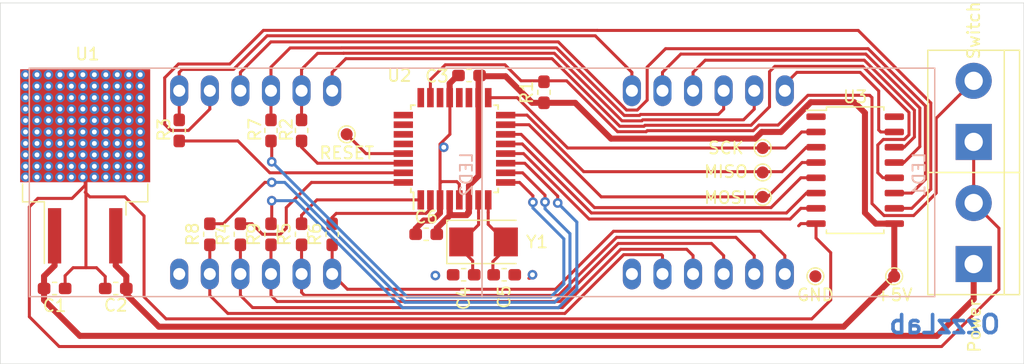
<source format=kicad_pcb>
(kicad_pcb (version 20171130) (host pcbnew 5.1.5+dfsg1-2build2)

  (general
    (thickness 1.6)
    (drawings 5)
    (tracks 487)
    (zones 0)
    (modules 29)
    (nets 36)
  )

  (page A4)
  (layers
    (0 F.Cu signal)
    (31 B.Cu signal)
    (32 B.Adhes user)
    (33 F.Adhes user)
    (34 B.Paste user)
    (35 F.Paste user)
    (36 B.SilkS user)
    (37 F.SilkS user)
    (38 B.Mask user)
    (39 F.Mask user)
    (40 Dwgs.User user)
    (41 Cmts.User user)
    (42 Eco1.User user)
    (43 Eco2.User user)
    (44 Edge.Cuts user)
    (45 Margin user)
    (46 B.CrtYd user)
    (47 F.CrtYd user)
    (48 B.Fab user hide)
    (49 F.Fab user hide)
  )

  (setup
    (last_trace_width 0.25)
    (user_trace_width 0.25)
    (user_trace_width 0.5)
    (trace_clearance 0.2)
    (zone_clearance 0.508)
    (zone_45_only no)
    (trace_min 0.2)
    (via_size 0.8)
    (via_drill 0.4)
    (via_min_size 0.4)
    (via_min_drill 0.3)
    (uvia_size 0.3)
    (uvia_drill 0.1)
    (uvias_allowed no)
    (uvia_min_size 0.2)
    (uvia_min_drill 0.1)
    (edge_width 0.05)
    (segment_width 0.2)
    (pcb_text_width 0.3)
    (pcb_text_size 1.5 1.5)
    (mod_edge_width 0.12)
    (mod_text_size 1 1)
    (mod_text_width 0.15)
    (pad_size 1.524 1.524)
    (pad_drill 0.762)
    (pad_to_mask_clearance 0.051)
    (solder_mask_min_width 0.25)
    (aux_axis_origin 0 0)
    (visible_elements FEFFFF7F)
    (pcbplotparams
      (layerselection 0x01000_ffffffff)
      (usegerberextensions false)
      (usegerberattributes false)
      (usegerberadvancedattributes false)
      (creategerberjobfile false)
      (excludeedgelayer true)
      (linewidth 0.100000)
      (plotframeref false)
      (viasonmask false)
      (mode 1)
      (useauxorigin false)
      (hpglpennumber 1)
      (hpglpenspeed 20)
      (hpglpendiameter 15.000000)
      (psnegative false)
      (psa4output false)
      (plotreference true)
      (plotvalue true)
      (plotinvisibletext false)
      (padsonsilk false)
      (subtractmaskfromsilk false)
      (outputformat 1)
      (mirror false)
      (drillshape 0)
      (scaleselection 1)
      (outputdirectory "/home/ogurezzz/Desktop/Timer/"))
  )

  (net 0 "")
  (net 1 +24V)
  (net 2 GND)
  (net 3 +5V)
  (net 4 "Net-(C4-Pad2)")
  (net 5 "Net-(C5-Pad1)")
  (net 6 SW)
  (net 7 "Net-(R2-Pad2)")
  (net 8 SegA)
  (net 9 "Net-(R3-Pad2)")
  (net 10 SegB)
  (net 11 "Net-(R4-Pad2)")
  (net 12 SegC)
  (net 13 "Net-(R5-Pad2)")
  (net 14 SegD)
  (net 15 "Net-(R6-Pad2)")
  (net 16 SegE)
  (net 17 "Net-(R7-Pad2)")
  (net 18 SegF)
  (net 19 "Net-(R8-Pad2)")
  (net 20 SegG)
  (net 21 "Net-(R9-Pad2)")
  (net 22 SegP)
  (net 23 Dig6)
  (net 24 Dig5)
  (net 25 Dig4)
  (net 26 Dig3)
  (net 27 Dig2)
  (net 28 Dig1)
  (net 29 "Net-(LED1-PadDIG1)")
  (net 30 "Net-(LED1-PadDIG2)")
  (net 31 "Net-(LED1-PadDIG3)")
  (net 32 "Net-(LED2-PadDIG1)")
  (net 33 "Net-(LED2-PadDIG2)")
  (net 34 "Net-(LED2-PadDIG3)")
  (net 35 "Net-(H1-Pad1)")

  (net_class Default "Это класс цепей по умолчанию."
    (clearance 0.2)
    (trace_width 0.25)
    (via_dia 0.8)
    (via_drill 0.4)
    (uvia_dia 0.3)
    (uvia_drill 0.1)
    (add_net +24V)
    (add_net +5V)
    (add_net Dig1)
    (add_net Dig2)
    (add_net Dig3)
    (add_net Dig4)
    (add_net Dig5)
    (add_net Dig6)
    (add_net GND)
    (add_net "Net-(C4-Pad2)")
    (add_net "Net-(C5-Pad1)")
    (add_net "Net-(H1-Pad1)")
    (add_net "Net-(LED1-PadDIG1)")
    (add_net "Net-(LED1-PadDIG2)")
    (add_net "Net-(LED1-PadDIG3)")
    (add_net "Net-(LED2-PadDIG1)")
    (add_net "Net-(LED2-PadDIG2)")
    (add_net "Net-(LED2-PadDIG3)")
    (add_net "Net-(R2-Pad2)")
    (add_net "Net-(R3-Pad2)")
    (add_net "Net-(R4-Pad2)")
    (add_net "Net-(R5-Pad2)")
    (add_net "Net-(R6-Pad2)")
    (add_net "Net-(R7-Pad2)")
    (add_net "Net-(R8-Pad2)")
    (add_net "Net-(R9-Pad2)")
    (add_net "Net-(U2-Pad19)")
    (add_net "Net-(U2-Pad20)")
    (add_net "Net-(U2-Pad22)")
    (add_net "Net-(U2-Pad24)")
    (add_net "Net-(U2-Pad25)")
    (add_net "Net-(U2-Pad26)")
    (add_net "Net-(U2-Pad27)")
    (add_net "Net-(U2-Pad28)")
    (add_net "Net-(U3-Pad1)")
    (add_net "Net-(U3-Pad16)")
    (add_net SW)
    (add_net SegA)
    (add_net SegB)
    (add_net SegC)
    (add_net SegD)
    (add_net SegE)
    (add_net SegF)
    (add_net SegG)
    (add_net SegP)
  )

  (module Capacitor_SMD:C_0603_1608Metric_Pad1.05x0.95mm_HandSolder (layer F.Cu) (tedit 5B301BBE) (tstamp 60C1F664)
    (at 35.3695 19.2405)
    (descr "Capacitor SMD 0603 (1608 Metric), square (rectangular) end terminal, IPC_7351 nominal with elongated pad for handsoldering. (Body size source: http://www.tortai-tech.com/upload/download/2011102023233369053.pdf), generated with kicad-footprint-generator")
    (tags "capacitor handsolder")
    (path /60D26BA7)
    (attr smd)
    (fp_text reference C6 (at 0 -1.43) (layer F.SilkS)
      (effects (font (size 1 1) (thickness 0.15)))
    )
    (fp_text value 0.1u (at 0 1.43) (layer F.Fab)
      (effects (font (size 1 1) (thickness 0.15)))
    )
    (fp_text user %R (at 0 0) (layer F.Fab)
      (effects (font (size 0.4 0.4) (thickness 0.06)))
    )
    (fp_line (start 1.65 0.73) (end -1.65 0.73) (layer F.CrtYd) (width 0.05))
    (fp_line (start 1.65 -0.73) (end 1.65 0.73) (layer F.CrtYd) (width 0.05))
    (fp_line (start -1.65 -0.73) (end 1.65 -0.73) (layer F.CrtYd) (width 0.05))
    (fp_line (start -1.65 0.73) (end -1.65 -0.73) (layer F.CrtYd) (width 0.05))
    (fp_line (start -0.171267 0.51) (end 0.171267 0.51) (layer F.SilkS) (width 0.12))
    (fp_line (start -0.171267 -0.51) (end 0.171267 -0.51) (layer F.SilkS) (width 0.12))
    (fp_line (start 0.8 0.4) (end -0.8 0.4) (layer F.Fab) (width 0.1))
    (fp_line (start 0.8 -0.4) (end 0.8 0.4) (layer F.Fab) (width 0.1))
    (fp_line (start -0.8 -0.4) (end 0.8 -0.4) (layer F.Fab) (width 0.1))
    (fp_line (start -0.8 0.4) (end -0.8 -0.4) (layer F.Fab) (width 0.1))
    (pad 2 smd roundrect (at 0.875 0) (size 1.05 0.95) (layers F.Cu F.Paste F.Mask) (roundrect_rratio 0.25)
      (net 3 +5V))
    (pad 1 smd roundrect (at -0.875 0) (size 1.05 0.95) (layers F.Cu F.Paste F.Mask) (roundrect_rratio 0.25)
      (net 2 GND))
    (model ${KISYS3DMOD}/Capacitor_SMD.3dshapes/C_0603_1608Metric.wrl
      (at (xyz 0 0 0))
      (scale (xyz 1 1 1))
      (rotate (xyz 0 0 0))
    )
  )

  (module Crystal:Crystal_SMD_5032-2Pin_5.0x3.2mm (layer F.Cu) (tedit 5A0FD1B2) (tstamp 60C137C8)
    (at 40.132 19.8755)
    (descr "SMD Crystal SERIES SMD2520/2 http://www.icbase.com/File/PDF/HKC/HKC00061008.pdf, 5.0x3.2mm^2 package")
    (tags "SMD SMT crystal")
    (path /60C39463)
    (attr smd)
    (fp_text reference Y1 (at 4.445 0) (layer F.SilkS)
      (effects (font (size 1 1) (thickness 0.15)))
    )
    (fp_text value Crystal_Small (at 0 2.8) (layer F.Fab)
      (effects (font (size 1 1) (thickness 0.15)))
    )
    (fp_circle (center 0 0) (end 0.093333 0) (layer F.Adhes) (width 0.186667))
    (fp_circle (center 0 0) (end 0.213333 0) (layer F.Adhes) (width 0.133333))
    (fp_circle (center 0 0) (end 0.333333 0) (layer F.Adhes) (width 0.133333))
    (fp_circle (center 0 0) (end 0.4 0) (layer F.Adhes) (width 0.1))
    (fp_line (start 3.1 -1.9) (end -3.1 -1.9) (layer F.CrtYd) (width 0.05))
    (fp_line (start 3.1 1.9) (end 3.1 -1.9) (layer F.CrtYd) (width 0.05))
    (fp_line (start -3.1 1.9) (end 3.1 1.9) (layer F.CrtYd) (width 0.05))
    (fp_line (start -3.1 -1.9) (end -3.1 1.9) (layer F.CrtYd) (width 0.05))
    (fp_line (start -3.05 1.8) (end 2.7 1.8) (layer F.SilkS) (width 0.12))
    (fp_line (start -3.05 -1.8) (end -3.05 1.8) (layer F.SilkS) (width 0.12))
    (fp_line (start 2.7 -1.8) (end -3.05 -1.8) (layer F.SilkS) (width 0.12))
    (fp_line (start -2.5 0.6) (end -1.5 1.6) (layer F.Fab) (width 0.1))
    (fp_line (start -2.5 -1.4) (end -2.3 -1.6) (layer F.Fab) (width 0.1))
    (fp_line (start -2.5 1.4) (end -2.5 -1.4) (layer F.Fab) (width 0.1))
    (fp_line (start -2.3 1.6) (end -2.5 1.4) (layer F.Fab) (width 0.1))
    (fp_line (start 2.3 1.6) (end -2.3 1.6) (layer F.Fab) (width 0.1))
    (fp_line (start 2.5 1.4) (end 2.3 1.6) (layer F.Fab) (width 0.1))
    (fp_line (start 2.5 -1.4) (end 2.5 1.4) (layer F.Fab) (width 0.1))
    (fp_line (start 2.3 -1.6) (end 2.5 -1.4) (layer F.Fab) (width 0.1))
    (fp_line (start -2.3 -1.6) (end 2.3 -1.6) (layer F.Fab) (width 0.1))
    (fp_text user %R (at -1.016 0) (layer F.Fab)
      (effects (font (size 1 1) (thickness 0.15)))
    )
    (pad 2 smd rect (at 1.85 0) (size 2 2.4) (layers F.Cu F.Paste F.Mask)
      (net 5 "Net-(C5-Pad1)"))
    (pad 1 smd rect (at -1.85 0) (size 2 2.4) (layers F.Cu F.Paste F.Mask)
      (net 4 "Net-(C4-Pad2)"))
    (model ${KISYS3DMOD}/Crystal.3dshapes/Crystal_SMD_5032-2Pin_5.0x3.2mm.wrl
      (at (xyz 0 0 0))
      (scale (xyz 1 1 1))
      (rotate (xyz 0 0 0))
    )
    (model ${KISYS3DMOD}/Crystal.3dshapes/Crystal_SMD_0603-2Pin_6.0x3.5mm.step
      (at (xyz 0 0 0))
      (scale (xyz 0.9 1 1))
      (rotate (xyz 0 0 0))
    )
  )

  (module TestPoint:TestPoint_Pad_D1.0mm (layer F.Cu) (tedit 5A0F774F) (tstamp 60C14242)
    (at 67.691 22.733)
    (descr "SMD pad as test Point, diameter 1.0mm")
    (tags "test point SMD pad")
    (path /60C8B281)
    (attr virtual)
    (fp_text reference H6 (at 0 -1.448) (layer F.Fab)
      (effects (font (size 1 1) (thickness 0.15)))
    )
    (fp_text value GND (at 0 1.55) (layer F.SilkS)
      (effects (font (size 1 1) (thickness 0.15)))
    )
    (fp_circle (center 0 0) (end 0 0.7) (layer F.SilkS) (width 0.12))
    (fp_circle (center 0 0) (end 1 0) (layer F.CrtYd) (width 0.05))
    (fp_text user %R (at 0 -1.45) (layer F.Fab)
      (effects (font (size 1 1) (thickness 0.15)))
    )
    (pad 1 smd circle (at 0 0) (size 1 1) (layers F.Cu F.Mask)
      (net 2 GND))
  )

  (module TestPoint:TestPoint_Pad_D1.0mm (layer F.Cu) (tedit 5A0F774F) (tstamp 60C1423A)
    (at 74.2315 22.733)
    (descr "SMD pad as test Point, diameter 1.0mm")
    (tags "test point SMD pad")
    (path /60C8A4F4)
    (attr virtual)
    (fp_text reference H5 (at 0 -1.448) (layer F.Fab)
      (effects (font (size 1 1) (thickness 0.15)))
    )
    (fp_text value +5V (at 0 1.55) (layer F.SilkS)
      (effects (font (size 1 1) (thickness 0.15)))
    )
    (fp_circle (center 0 0) (end 0 0.7) (layer F.SilkS) (width 0.12))
    (fp_circle (center 0 0) (end 1 0) (layer F.CrtYd) (width 0.05))
    (fp_text user %R (at 0 -1.45) (layer F.Fab)
      (effects (font (size 1 1) (thickness 0.15)))
    )
    (pad 1 smd circle (at 0 0) (size 1 1) (layers F.Cu F.Mask)
      (net 3 +5V))
  )

  (module TestPoint:TestPoint_Pad_D1.0mm (layer F.Cu) (tedit 5A0F774F) (tstamp 60C14232)
    (at 63.3095 12.065)
    (descr "SMD pad as test Point, diameter 1.0mm")
    (tags "test point SMD pad")
    (path /60C8A1FA)
    (attr virtual)
    (fp_text reference H4 (at 0 -1.448) (layer F.Fab)
      (effects (font (size 1 1) (thickness 0.15)))
    )
    (fp_text value SCK (at -3.048 0) (layer F.SilkS)
      (effects (font (size 1 1) (thickness 0.15)))
    )
    (fp_circle (center 0 0) (end 0 0.7) (layer F.SilkS) (width 0.12))
    (fp_circle (center 0 0) (end 1 0) (layer F.CrtYd) (width 0.05))
    (fp_text user %R (at 0 -1.45) (layer F.Fab)
      (effects (font (size 1 1) (thickness 0.15)))
    )
    (pad 1 smd circle (at 0 0) (size 1 1) (layers F.Cu F.Mask)
      (net 23 Dig6))
  )

  (module TestPoint:TestPoint_Pad_D1.0mm (layer F.Cu) (tedit 5A0F774F) (tstamp 60C15C25)
    (at 63.3095 14.097)
    (descr "SMD pad as test Point, diameter 1.0mm")
    (tags "test point SMD pad")
    (path /60C89EF2)
    (attr virtual)
    (fp_text reference H3 (at 0 -1.448) (layer F.Fab)
      (effects (font (size 1 1) (thickness 0.15)))
    )
    (fp_text value MISO (at -3.048 -0.0635) (layer F.SilkS)
      (effects (font (size 1 1) (thickness 0.15)))
    )
    (fp_circle (center 0 0) (end 0 0.7) (layer F.SilkS) (width 0.12))
    (fp_circle (center 0 0) (end 1 0) (layer F.CrtYd) (width 0.05))
    (fp_text user %R (at 0 -1.45) (layer F.Fab)
      (effects (font (size 1 1) (thickness 0.15)))
    )
    (pad 1 smd circle (at 0 0) (size 1 1) (layers F.Cu F.Mask)
      (net 24 Dig5))
  )

  (module TestPoint:TestPoint_Pad_D1.0mm (layer F.Cu) (tedit 5A0F774F) (tstamp 60C15C49)
    (at 63.3095 16.129)
    (descr "SMD pad as test Point, diameter 1.0mm")
    (tags "test point SMD pad")
    (path /60C89C16)
    (attr virtual)
    (fp_text reference H2 (at 0 -1.448) (layer F.Fab)
      (effects (font (size 1 1) (thickness 0.15)))
    )
    (fp_text value MOSI (at -3.048 0.0635) (layer F.SilkS)
      (effects (font (size 1 1) (thickness 0.15)))
    )
    (fp_circle (center 0 0) (end 0 0.7) (layer F.SilkS) (width 0.12))
    (fp_circle (center 0 0) (end 1 0) (layer F.CrtYd) (width 0.05))
    (fp_text user %R (at 0 -1.45) (layer F.Fab)
      (effects (font (size 1 1) (thickness 0.15)))
    )
    (pad 1 smd circle (at 0 0) (size 1 1) (layers F.Cu F.Mask)
      (net 25 Dig4))
  )

  (module TestPoint:TestPoint_Pad_D1.0mm (layer F.Cu) (tedit 5A0F774F) (tstamp 60C13098)
    (at 28.7655 10.922)
    (descr "SMD pad as test Point, diameter 1.0mm")
    (tags "test point SMD pad")
    (path /60C8395B)
    (attr virtual)
    (fp_text reference H1 (at 0 -1.448) (layer F.Fab)
      (effects (font (size 1 1) (thickness 0.15)))
    )
    (fp_text value RESET (at 0 1.55) (layer F.SilkS)
      (effects (font (size 1 1) (thickness 0.15)))
    )
    (fp_circle (center 0 0) (end 0 0.7) (layer F.SilkS) (width 0.12))
    (fp_circle (center 0 0) (end 1 0) (layer F.CrtYd) (width 0.05))
    (fp_text user %R (at 0 -1.45) (layer F.Fab)
      (effects (font (size 1 1) (thickness 0.15)))
    )
    (pad 1 smd circle (at 0 0) (size 1 1) (layers F.Cu F.Mask)
      (net 35 "Net-(H1-Pad1)"))
  )

  (module Package_TO_SOT_SMD:TO-263-2 (layer F.Cu) (tedit 5A70FB7B) (tstamp 60C135D0)
    (at 7.0485 13.589 90)
    (descr "TO-263 / D2PAK / DDPAK SMD package, http://www.infineon.com/cms/en/product/packages/PG-TO263/PG-TO263-3-1/")
    (tags "D2PAK DDPAK TO-263 D2PAK-3 TO-263-3 SOT-404")
    (path /60C636EC)
    (attr smd)
    (fp_text reference U1 (at 9.3345 0.1905 180) (layer F.SilkS)
      (effects (font (size 1 1) (thickness 0.15)))
    )
    (fp_text value L7805 (at 0 6.65 90) (layer F.Fab)
      (effects (font (size 1 1) (thickness 0.15)))
    )
    (fp_text user %R (at 0 0 90) (layer F.Fab)
      (effects (font (size 1 1) (thickness 0.15)))
    )
    (fp_line (start 8.32 -5.65) (end -8.32 -5.65) (layer F.CrtYd) (width 0.05))
    (fp_line (start 8.32 5.65) (end 8.32 -5.65) (layer F.CrtYd) (width 0.05))
    (fp_line (start -8.32 5.65) (end 8.32 5.65) (layer F.CrtYd) (width 0.05))
    (fp_line (start -8.32 -5.65) (end -8.32 5.65) (layer F.CrtYd) (width 0.05))
    (fp_line (start -2.95 3.39) (end -4.05 3.39) (layer F.SilkS) (width 0.12))
    (fp_line (start -2.95 5.2) (end -2.95 3.39) (layer F.SilkS) (width 0.12))
    (fp_line (start -1.45 5.2) (end -2.95 5.2) (layer F.SilkS) (width 0.12))
    (fp_line (start -2.95 -3.39) (end -8.075 -3.39) (layer F.SilkS) (width 0.12))
    (fp_line (start -2.95 -5.2) (end -2.95 -3.39) (layer F.SilkS) (width 0.12))
    (fp_line (start -1.45 -5.2) (end -2.95 -5.2) (layer F.SilkS) (width 0.12))
    (fp_line (start -7.45 3.04) (end -2.75 3.04) (layer F.Fab) (width 0.1))
    (fp_line (start -7.45 2.04) (end -7.45 3.04) (layer F.Fab) (width 0.1))
    (fp_line (start -2.75 2.04) (end -7.45 2.04) (layer F.Fab) (width 0.1))
    (fp_line (start -7.45 -2.04) (end -2.75 -2.04) (layer F.Fab) (width 0.1))
    (fp_line (start -7.45 -3.04) (end -7.45 -2.04) (layer F.Fab) (width 0.1))
    (fp_line (start -2.75 -3.04) (end -7.45 -3.04) (layer F.Fab) (width 0.1))
    (fp_line (start -1.75 -5) (end 6.5 -5) (layer F.Fab) (width 0.1))
    (fp_line (start -2.75 -4) (end -1.75 -5) (layer F.Fab) (width 0.1))
    (fp_line (start -2.75 5) (end -2.75 -4) (layer F.Fab) (width 0.1))
    (fp_line (start 6.5 5) (end -2.75 5) (layer F.Fab) (width 0.1))
    (fp_line (start 6.5 -5) (end 6.5 5) (layer F.Fab) (width 0.1))
    (fp_line (start 7.5 5) (end 6.5 5) (layer F.Fab) (width 0.1))
    (fp_line (start 7.5 -5) (end 7.5 5) (layer F.Fab) (width 0.1))
    (fp_line (start 6.5 -5) (end 7.5 -5) (layer F.Fab) (width 0.1))
    (pad "" smd rect (at 0.95 2.775 90) (size 4.55 5.25) (layers F.Paste))
    (pad "" smd rect (at 5.8 -2.775 90) (size 4.55 5.25) (layers F.Paste))
    (pad "" smd rect (at 0.95 -2.775 90) (size 4.55 5.25) (layers F.Paste))
    (pad "" smd rect (at 5.8 2.775 90) (size 4.55 5.25) (layers F.Paste))
    (pad 2 smd rect (at 3.375 0 90) (size 9.4 10.8) (layers F.Cu F.Mask)
      (net 2 GND))
    (pad 3 smd rect (at -5.775 2.54 90) (size 4.6 1.1) (layers F.Cu F.Paste F.Mask)
      (net 3 +5V))
    (pad 1 smd rect (at -5.775 -2.54 90) (size 4.6 1.1) (layers F.Cu F.Paste F.Mask)
      (net 1 +24V))
    (model ${KISYS3DMOD}/Package_TO_SOT_SMD.3dshapes/TO-263-2.wrl
      (at (xyz 0 0 0))
      (scale (xyz 1 1 1))
      (rotate (xyz 0 0 0))
    )
  )

  (module Package_QFP:TQFP-32_7x7mm_P0.8mm (layer F.Cu) (tedit 5A02F146) (tstamp 60C1E134)
    (at 37.719 12.1285 90)
    (descr "32-Lead Plastic Thin Quad Flatpack (PT) - 7x7x1.0 mm Body, 2.00 mm [TQFP] (see Microchip Packaging Specification 00000049BS.pdf)")
    (tags "QFP 0.8")
    (path /60BF6BE3)
    (attr smd)
    (fp_text reference U2 (at 6.096 -4.572 180) (layer F.SilkS)
      (effects (font (size 1 1) (thickness 0.15)))
    )
    (fp_text value ATmega328P-AU (at 0 6.05 90) (layer F.Fab)
      (effects (font (size 1 1) (thickness 0.15)))
    )
    (fp_line (start -3.625 -3.4) (end -5.05 -3.4) (layer F.SilkS) (width 0.15))
    (fp_line (start 3.625 -3.625) (end 3.3 -3.625) (layer F.SilkS) (width 0.15))
    (fp_line (start 3.625 3.625) (end 3.3 3.625) (layer F.SilkS) (width 0.15))
    (fp_line (start -3.625 3.625) (end -3.3 3.625) (layer F.SilkS) (width 0.15))
    (fp_line (start -3.625 -3.625) (end -3.3 -3.625) (layer F.SilkS) (width 0.15))
    (fp_line (start -3.625 3.625) (end -3.625 3.3) (layer F.SilkS) (width 0.15))
    (fp_line (start 3.625 3.625) (end 3.625 3.3) (layer F.SilkS) (width 0.15))
    (fp_line (start 3.625 -3.625) (end 3.625 -3.3) (layer F.SilkS) (width 0.15))
    (fp_line (start -3.625 -3.625) (end -3.625 -3.4) (layer F.SilkS) (width 0.15))
    (fp_line (start -5.3 5.3) (end 5.3 5.3) (layer F.CrtYd) (width 0.05))
    (fp_line (start -5.3 -5.3) (end 5.3 -5.3) (layer F.CrtYd) (width 0.05))
    (fp_line (start 5.3 -5.3) (end 5.3 5.3) (layer F.CrtYd) (width 0.05))
    (fp_line (start -5.3 -5.3) (end -5.3 5.3) (layer F.CrtYd) (width 0.05))
    (fp_line (start -3.5 -2.5) (end -2.5 -3.5) (layer F.Fab) (width 0.15))
    (fp_line (start -3.5 3.5) (end -3.5 -2.5) (layer F.Fab) (width 0.15))
    (fp_line (start 3.5 3.5) (end -3.5 3.5) (layer F.Fab) (width 0.15))
    (fp_line (start 3.5 -3.5) (end 3.5 3.5) (layer F.Fab) (width 0.15))
    (fp_line (start -2.5 -3.5) (end 3.5 -3.5) (layer F.Fab) (width 0.15))
    (fp_text user %R (at 0 0 90) (layer F.Fab)
      (effects (font (size 1 1) (thickness 0.15)))
    )
    (pad 32 smd rect (at -2.8 -4.25 180) (size 1.6 0.55) (layers F.Cu F.Paste F.Mask)
      (net 11 "Net-(R4-Pad2)"))
    (pad 31 smd rect (at -2 -4.25 180) (size 1.6 0.55) (layers F.Cu F.Paste F.Mask)
      (net 9 "Net-(R3-Pad2)"))
    (pad 30 smd rect (at -1.2 -4.25 180) (size 1.6 0.55) (layers F.Cu F.Paste F.Mask)
      (net 7 "Net-(R2-Pad2)"))
    (pad 29 smd rect (at -0.4 -4.25 180) (size 1.6 0.55) (layers F.Cu F.Paste F.Mask)
      (net 35 "Net-(H1-Pad1)"))
    (pad 28 smd rect (at 0.4 -4.25 180) (size 1.6 0.55) (layers F.Cu F.Paste F.Mask))
    (pad 27 smd rect (at 1.2 -4.25 180) (size 1.6 0.55) (layers F.Cu F.Paste F.Mask))
    (pad 26 smd rect (at 2 -4.25 180) (size 1.6 0.55) (layers F.Cu F.Paste F.Mask))
    (pad 25 smd rect (at 2.8 -4.25 180) (size 1.6 0.55) (layers F.Cu F.Paste F.Mask))
    (pad 24 smd rect (at 4.25 -2.8 90) (size 1.6 0.55) (layers F.Cu F.Paste F.Mask))
    (pad 23 smd rect (at 4.25 -2 90) (size 1.6 0.55) (layers F.Cu F.Paste F.Mask)
      (net 6 SW))
    (pad 22 smd rect (at 4.25 -1.2 90) (size 1.6 0.55) (layers F.Cu F.Paste F.Mask))
    (pad 21 smd rect (at 4.25 -0.4 90) (size 1.6 0.55) (layers F.Cu F.Paste F.Mask)
      (net 2 GND))
    (pad 20 smd rect (at 4.25 0.4 90) (size 1.6 0.55) (layers F.Cu F.Paste F.Mask))
    (pad 19 smd rect (at 4.25 1.2 90) (size 1.6 0.55) (layers F.Cu F.Paste F.Mask))
    (pad 18 smd rect (at 4.25 2 90) (size 1.6 0.55) (layers F.Cu F.Paste F.Mask)
      (net 3 +5V))
    (pad 17 smd rect (at 4.25 2.8 90) (size 1.6 0.55) (layers F.Cu F.Paste F.Mask)
      (net 23 Dig6))
    (pad 16 smd rect (at 2.8 4.25 180) (size 1.6 0.55) (layers F.Cu F.Paste F.Mask)
      (net 24 Dig5))
    (pad 15 smd rect (at 2 4.25 180) (size 1.6 0.55) (layers F.Cu F.Paste F.Mask)
      (net 25 Dig4))
    (pad 14 smd rect (at 1.2 4.25 180) (size 1.6 0.55) (layers F.Cu F.Paste F.Mask)
      (net 26 Dig3))
    (pad 13 smd rect (at 0.4 4.25 180) (size 1.6 0.55) (layers F.Cu F.Paste F.Mask)
      (net 27 Dig2))
    (pad 12 smd rect (at -0.4 4.25 180) (size 1.6 0.55) (layers F.Cu F.Paste F.Mask)
      (net 28 Dig1))
    (pad 11 smd rect (at -1.2 4.25 180) (size 1.6 0.55) (layers F.Cu F.Paste F.Mask)
      (net 21 "Net-(R9-Pad2)"))
    (pad 10 smd rect (at -2 4.25 180) (size 1.6 0.55) (layers F.Cu F.Paste F.Mask)
      (net 19 "Net-(R8-Pad2)"))
    (pad 9 smd rect (at -2.8 4.25 180) (size 1.6 0.55) (layers F.Cu F.Paste F.Mask)
      (net 17 "Net-(R7-Pad2)"))
    (pad 8 smd rect (at -4.25 2.8 90) (size 1.6 0.55) (layers F.Cu F.Paste F.Mask)
      (net 5 "Net-(C5-Pad1)"))
    (pad 7 smd rect (at -4.25 2 90) (size 1.6 0.55) (layers F.Cu F.Paste F.Mask)
      (net 4 "Net-(C4-Pad2)"))
    (pad 6 smd rect (at -4.25 1.2 90) (size 1.6 0.55) (layers F.Cu F.Paste F.Mask)
      (net 3 +5V))
    (pad 5 smd rect (at -4.25 0.4 90) (size 1.6 0.55) (layers F.Cu F.Paste F.Mask)
      (net 2 GND))
    (pad 4 smd rect (at -4.25 -0.4 90) (size 1.6 0.55) (layers F.Cu F.Paste F.Mask)
      (net 3 +5V))
    (pad 3 smd rect (at -4.25 -1.2 90) (size 1.6 0.55) (layers F.Cu F.Paste F.Mask)
      (net 2 GND))
    (pad 2 smd rect (at -4.25 -2 90) (size 1.6 0.55) (layers F.Cu F.Paste F.Mask)
      (net 15 "Net-(R6-Pad2)"))
    (pad 1 smd rect (at -4.25 -2.8 90) (size 1.6 0.55) (layers F.Cu F.Paste F.Mask)
      (net 13 "Net-(R5-Pad2)"))
    (model ${KISYS3DMOD}/Package_QFP.3dshapes/TQFP-32_7x7mm_P0.8mm.wrl
      (at (xyz 0 0 0))
      (scale (xyz 1 1 1))
      (rotate (xyz 0 0 0))
    )
  )

  (module !MyFootprints:BC56-12SRWA locked (layer B.Cu) (tedit 60BF9778) (tstamp 60C13879)
    (at 58.801 14.9225 180)
    (path /60C98E1E)
    (fp_text reference LED1 (at -17.5006 0.6604 270) (layer B.SilkS)
      (effects (font (size 1 1) (thickness 0.15)) (justify mirror))
    )
    (fp_text value 7SEG_3DIG_CC_v2 (at 0 -0.0508) (layer B.Fab)
      (effects (font (size 1 1) (thickness 0.15)) (justify mirror))
    )
    (fp_line (start -18.8 -9.5) (end 18.8 -9.5) (layer B.SilkS) (width 0.12))
    (fp_line (start 18.8 -9.5) (end 18.8 9.5) (layer B.SilkS) (width 0.12))
    (fp_line (start -18.8 9.5) (end 18.8 9.5) (layer B.SilkS) (width 0.12))
    (fp_line (start -18.8 9.5) (end -18.8 -9.5) (layer B.SilkS) (width 0.12))
    (fp_line (start -18.8 9.5) (end 18.8 9.5) (layer B.CrtYd) (width 0.05))
    (fp_line (start 18.8 9.5) (end 18.8 -9.5) (layer B.CrtYd) (width 0.05))
    (fp_line (start -18.8 -9.5) (end 18.8 -9.5) (layer B.CrtYd) (width 0.05))
    (fp_line (start -18.8 -9.5) (end -18.8 9.5) (layer B.CrtYd) (width 0.05))
    (pad NC thru_hole oval (at 6.35 -7.62 180) (size 1.5 2.56) (drill 1) (layers *.Cu *.Mask))
    (pad DIG1 thru_hole oval (at -6.35 7.62 180) (size 1.5 2.56) (drill 1) (layers *.Cu *.Mask)
      (net 29 "Net-(LED1-PadDIG1)"))
    (pad E thru_hole oval (at -6.35 -7.62 180) (size 1.5 2.56) (drill 1) (layers *.Cu *.Mask)
      (net 16 SegE))
    (pad A thru_hole oval (at -3.81 7.62 180) (size 1.5 2.56) (drill 1) (layers *.Cu *.Mask)
      (net 8 SegA))
    (pad D thru_hole oval (at -3.81 -7.62 180) (size 1.5 2.56) (drill 1) (layers *.Cu *.Mask)
      (net 14 SegD))
    (pad F thru_hole oval (at -1.27 7.62 180) (size 1.5 2.56) (drill 1) (layers *.Cu *.Mask)
      (net 18 SegF))
    (pad DP thru_hole oval (at -1.27 -7.62 180) (size 1.5 2.56) (drill 1) (layers *.Cu *.Mask)
      (net 22 SegP))
    (pad DIG2 thru_hole oval (at 1.27 7.62 180) (size 1.5 2.56) (drill 1) (layers *.Cu *.Mask)
      (net 30 "Net-(LED1-PadDIG2)"))
    (pad C thru_hole oval (at 1.27 -7.62 180) (size 1.5 2.56) (drill 1) (layers *.Cu *.Mask)
      (net 12 SegC))
    (pad DIG3 thru_hole oval (at 3.81 7.62 180) (size 1.5 2.56) (drill 1) (layers *.Cu *.Mask)
      (net 31 "Net-(LED1-PadDIG3)"))
    (pad G thru_hole oval (at 3.81 -7.62 180) (size 1.5 2.56) (drill 1) (layers *.Cu *.Mask)
      (net 20 SegG))
    (pad B thru_hole oval (at 6.35 7.62 180) (size 1.5 2.56) (drill 1) (layers *.Cu *.Mask)
      (net 10 SegB))
    (model /home/ogurezzz/Documents/Coding/KiCAD/!MyLibs/3D_Models/BX56-12.STEP
      (offset (xyz 0 0 8))
      (scale (xyz 1 1 1))
      (rotate (xyz -90 0 0))
    )
  )

  (module Package_SO:SOIC-16_4.55x10.3mm_P1.27mm (layer F.Cu) (tedit 5D9F72B1) (tstamp 60C138D3)
    (at 70.993 13.9065)
    (descr "SOIC, 16 Pin (https://toshiba.semicon-storage.com/info/docget.jsp?did=12858&prodName=TLP291-4), generated with kicad-footprint-generator ipc_gullwing_generator.py")
    (tags "SOIC SO")
    (path /60BF824F)
    (attr smd)
    (fp_text reference U3 (at 0 -6.1) (layer F.SilkS)
      (effects (font (size 1 1) (thickness 0.15)))
    )
    (fp_text value ULN2003 (at 0 6.1) (layer F.Fab)
      (effects (font (size 1 1) (thickness 0.15)))
    )
    (fp_text user %R (at 0 0) (layer F.Fab)
      (effects (font (size 1 1) (thickness 0.15)))
    )
    (fp_line (start 4.3 -5.4) (end -4.3 -5.4) (layer F.CrtYd) (width 0.05))
    (fp_line (start 4.3 5.4) (end 4.3 -5.4) (layer F.CrtYd) (width 0.05))
    (fp_line (start -4.3 5.4) (end 4.3 5.4) (layer F.CrtYd) (width 0.05))
    (fp_line (start -4.3 -5.4) (end -4.3 5.4) (layer F.CrtYd) (width 0.05))
    (fp_line (start -2.275 -4.15) (end -1.275 -5.15) (layer F.Fab) (width 0.1))
    (fp_line (start -2.275 5.15) (end -2.275 -4.15) (layer F.Fab) (width 0.1))
    (fp_line (start 2.275 5.15) (end -2.275 5.15) (layer F.Fab) (width 0.1))
    (fp_line (start 2.275 -5.15) (end 2.275 5.15) (layer F.Fab) (width 0.1))
    (fp_line (start -1.275 -5.15) (end 2.275 -5.15) (layer F.Fab) (width 0.1))
    (fp_line (start -2.385 -4.98) (end -4.05 -4.98) (layer F.SilkS) (width 0.12))
    (fp_line (start -2.385 -5.26) (end -2.385 -4.98) (layer F.SilkS) (width 0.12))
    (fp_line (start 0 -5.26) (end -2.385 -5.26) (layer F.SilkS) (width 0.12))
    (fp_line (start 2.385 -5.26) (end 2.385 -4.98) (layer F.SilkS) (width 0.12))
    (fp_line (start 0 -5.26) (end 2.385 -5.26) (layer F.SilkS) (width 0.12))
    (fp_line (start -2.385 5.26) (end -2.385 4.98) (layer F.SilkS) (width 0.12))
    (fp_line (start 0 5.26) (end -2.385 5.26) (layer F.SilkS) (width 0.12))
    (fp_line (start 2.385 5.26) (end 2.385 4.98) (layer F.SilkS) (width 0.12))
    (fp_line (start 0 5.26) (end 2.385 5.26) (layer F.SilkS) (width 0.12))
    (pad 16 smd roundrect (at 3.25 -4.445) (size 1.6 0.55) (layers F.Cu F.Paste F.Mask) (roundrect_rratio 0.25))
    (pad 15 smd roundrect (at 3.25 -3.175) (size 1.6 0.55) (layers F.Cu F.Paste F.Mask) (roundrect_rratio 0.25)
      (net 29 "Net-(LED1-PadDIG1)"))
    (pad 14 smd roundrect (at 3.25 -1.905) (size 1.6 0.55) (layers F.Cu F.Paste F.Mask) (roundrect_rratio 0.25)
      (net 30 "Net-(LED1-PadDIG2)"))
    (pad 13 smd roundrect (at 3.25 -0.635) (size 1.6 0.55) (layers F.Cu F.Paste F.Mask) (roundrect_rratio 0.25)
      (net 31 "Net-(LED1-PadDIG3)"))
    (pad 12 smd roundrect (at 3.25 0.635) (size 1.6 0.55) (layers F.Cu F.Paste F.Mask) (roundrect_rratio 0.25)
      (net 32 "Net-(LED2-PadDIG1)"))
    (pad 11 smd roundrect (at 3.25 1.905) (size 1.6 0.55) (layers F.Cu F.Paste F.Mask) (roundrect_rratio 0.25)
      (net 33 "Net-(LED2-PadDIG2)"))
    (pad 10 smd roundrect (at 3.25 3.175) (size 1.6 0.55) (layers F.Cu F.Paste F.Mask) (roundrect_rratio 0.25)
      (net 34 "Net-(LED2-PadDIG3)"))
    (pad 9 smd roundrect (at 3.25 4.445) (size 1.6 0.55) (layers F.Cu F.Paste F.Mask) (roundrect_rratio 0.25)
      (net 3 +5V))
    (pad 8 smd roundrect (at -3.25 4.445) (size 1.6 0.55) (layers F.Cu F.Paste F.Mask) (roundrect_rratio 0.25)
      (net 2 GND))
    (pad 7 smd roundrect (at -3.25 3.175) (size 1.6 0.55) (layers F.Cu F.Paste F.Mask) (roundrect_rratio 0.25)
      (net 28 Dig1))
    (pad 6 smd roundrect (at -3.25 1.905) (size 1.6 0.55) (layers F.Cu F.Paste F.Mask) (roundrect_rratio 0.25)
      (net 27 Dig2))
    (pad 5 smd roundrect (at -3.25 0.635) (size 1.6 0.55) (layers F.Cu F.Paste F.Mask) (roundrect_rratio 0.25)
      (net 26 Dig3))
    (pad 4 smd roundrect (at -3.25 -0.635) (size 1.6 0.55) (layers F.Cu F.Paste F.Mask) (roundrect_rratio 0.25)
      (net 25 Dig4))
    (pad 3 smd roundrect (at -3.25 -1.905) (size 1.6 0.55) (layers F.Cu F.Paste F.Mask) (roundrect_rratio 0.25)
      (net 24 Dig5))
    (pad 2 smd roundrect (at -3.25 -3.175) (size 1.6 0.55) (layers F.Cu F.Paste F.Mask) (roundrect_rratio 0.25)
      (net 23 Dig6))
    (pad 1 smd roundrect (at -3.25 -4.445) (size 1.6 0.55) (layers F.Cu F.Paste F.Mask) (roundrect_rratio 0.25))
    (model ${KISYS3DMOD}/Package_SO.3dshapes/SOIC-16_4.55x10.3mm_P1.27mm.wrl
      (at (xyz 0 0 0))
      (scale (xyz 1 1 1))
      (rotate (xyz 0 0 0))
    )
    (model ${KISYS3DMOD}/Package_SO.3dshapes/SOIC-16_3.9x9.9mm_P1.27mm.wrl
      (at (xyz 0 0 0))
      (scale (xyz 1 1 1))
      (rotate (xyz 0 0 0))
    )
  )

  (module Capacitor_SMD:C_0603_1608Metric_Pad1.05x0.95mm_HandSolder (layer F.Cu) (tedit 5B301BBE) (tstamp 60C1351E)
    (at 38.481 22.606)
    (descr "Capacitor SMD 0603 (1608 Metric), square (rectangular) end terminal, IPC_7351 nominal with elongated pad for handsoldering. (Body size source: http://www.tortai-tech.com/upload/download/2011102023233369053.pdf), generated with kicad-footprint-generator")
    (tags "capacitor handsolder")
    (path /60C3A78C)
    (attr smd)
    (fp_text reference C4 (at 0 1.9685 270) (layer F.SilkS)
      (effects (font (size 1 1) (thickness 0.15)))
    )
    (fp_text value 22p (at 0 1.43) (layer F.Fab)
      (effects (font (size 1 1) (thickness 0.15)))
    )
    (fp_text user %R (at 0 0) (layer F.Fab)
      (effects (font (size 0.4 0.4) (thickness 0.06)))
    )
    (fp_line (start 1.65 0.73) (end -1.65 0.73) (layer F.CrtYd) (width 0.05))
    (fp_line (start 1.65 -0.73) (end 1.65 0.73) (layer F.CrtYd) (width 0.05))
    (fp_line (start -1.65 -0.73) (end 1.65 -0.73) (layer F.CrtYd) (width 0.05))
    (fp_line (start -1.65 0.73) (end -1.65 -0.73) (layer F.CrtYd) (width 0.05))
    (fp_line (start -0.171267 0.51) (end 0.171267 0.51) (layer F.SilkS) (width 0.12))
    (fp_line (start -0.171267 -0.51) (end 0.171267 -0.51) (layer F.SilkS) (width 0.12))
    (fp_line (start 0.8 0.4) (end -0.8 0.4) (layer F.Fab) (width 0.1))
    (fp_line (start 0.8 -0.4) (end 0.8 0.4) (layer F.Fab) (width 0.1))
    (fp_line (start -0.8 -0.4) (end 0.8 -0.4) (layer F.Fab) (width 0.1))
    (fp_line (start -0.8 0.4) (end -0.8 -0.4) (layer F.Fab) (width 0.1))
    (pad 2 smd roundrect (at 0.875 0) (size 1.05 0.95) (layers F.Cu F.Paste F.Mask) (roundrect_rratio 0.25)
      (net 4 "Net-(C4-Pad2)"))
    (pad 1 smd roundrect (at -0.875 0) (size 1.05 0.95) (layers F.Cu F.Paste F.Mask) (roundrect_rratio 0.25)
      (net 2 GND))
    (model ${KISYS3DMOD}/Capacitor_SMD.3dshapes/C_0603_1608Metric.wrl
      (at (xyz 0 0 0))
      (scale (xyz 1 1 1))
      (rotate (xyz 0 0 0))
    )
  )

  (module Capacitor_SMD:C_0603_1608Metric_Pad1.05x0.95mm_HandSolder (layer F.Cu) (tedit 5B301BBE) (tstamp 60C13842)
    (at 38.9255 6.0325 180)
    (descr "Capacitor SMD 0603 (1608 Metric), square (rectangular) end terminal, IPC_7351 nominal with elongated pad for handsoldering. (Body size source: http://www.tortai-tech.com/upload/download/2011102023233369053.pdf), generated with kicad-footprint-generator")
    (tags "capacitor handsolder")
    (path /60C4C290)
    (attr smd)
    (fp_text reference C3 (at 2.667 -0.0635) (layer F.SilkS)
      (effects (font (size 1 1) (thickness 0.15)))
    )
    (fp_text value 0.1u (at 0 1.43) (layer F.Fab)
      (effects (font (size 1 1) (thickness 0.15)))
    )
    (fp_text user %R (at 0 0) (layer F.Fab)
      (effects (font (size 0.4 0.4) (thickness 0.06)))
    )
    (fp_line (start 1.65 0.73) (end -1.65 0.73) (layer F.CrtYd) (width 0.05))
    (fp_line (start 1.65 -0.73) (end 1.65 0.73) (layer F.CrtYd) (width 0.05))
    (fp_line (start -1.65 -0.73) (end 1.65 -0.73) (layer F.CrtYd) (width 0.05))
    (fp_line (start -1.65 0.73) (end -1.65 -0.73) (layer F.CrtYd) (width 0.05))
    (fp_line (start -0.171267 0.51) (end 0.171267 0.51) (layer F.SilkS) (width 0.12))
    (fp_line (start -0.171267 -0.51) (end 0.171267 -0.51) (layer F.SilkS) (width 0.12))
    (fp_line (start 0.8 0.4) (end -0.8 0.4) (layer F.Fab) (width 0.1))
    (fp_line (start 0.8 -0.4) (end 0.8 0.4) (layer F.Fab) (width 0.1))
    (fp_line (start -0.8 -0.4) (end 0.8 -0.4) (layer F.Fab) (width 0.1))
    (fp_line (start -0.8 0.4) (end -0.8 -0.4) (layer F.Fab) (width 0.1))
    (pad 2 smd roundrect (at 0.875 0 180) (size 1.05 0.95) (layers F.Cu F.Paste F.Mask) (roundrect_rratio 0.25)
      (net 2 GND))
    (pad 1 smd roundrect (at -0.875 0 180) (size 1.05 0.95) (layers F.Cu F.Paste F.Mask) (roundrect_rratio 0.25)
      (net 3 +5V))
    (model ${KISYS3DMOD}/Capacitor_SMD.3dshapes/C_0603_1608Metric.wrl
      (at (xyz 0 0 0))
      (scale (xyz 1 1 1))
      (rotate (xyz 0 0 0))
    )
  )

  (module !MyFootprints:BC56-12SRWA locked (layer B.Cu) (tedit 60BF9778) (tstamp 60C13936)
    (at 21.209 14.9225 180)
    (path /60C99F65)
    (fp_text reference LED2 (at -17.5006 0.6604 270) (layer B.SilkS)
      (effects (font (size 1 1) (thickness 0.15)) (justify mirror))
    )
    (fp_text value 7SEG_3DIG_CC_v2 (at 0 -0.0508) (layer B.Fab)
      (effects (font (size 1 1) (thickness 0.15)) (justify mirror))
    )
    (fp_line (start -18.8 -9.5) (end 18.8 -9.5) (layer B.SilkS) (width 0.12))
    (fp_line (start 18.8 -9.5) (end 18.8 9.5) (layer B.SilkS) (width 0.12))
    (fp_line (start -18.8 9.5) (end 18.8 9.5) (layer B.SilkS) (width 0.12))
    (fp_line (start -18.8 9.5) (end -18.8 -9.5) (layer B.SilkS) (width 0.12))
    (fp_line (start -18.8 9.5) (end 18.8 9.5) (layer B.CrtYd) (width 0.05))
    (fp_line (start 18.8 9.5) (end 18.8 -9.5) (layer B.CrtYd) (width 0.05))
    (fp_line (start -18.8 -9.5) (end 18.8 -9.5) (layer B.CrtYd) (width 0.05))
    (fp_line (start -18.8 -9.5) (end -18.8 9.5) (layer B.CrtYd) (width 0.05))
    (pad NC thru_hole oval (at 6.35 -7.62 180) (size 1.5 2.56) (drill 1) (layers *.Cu *.Mask))
    (pad DIG1 thru_hole oval (at -6.35 7.62 180) (size 1.5 2.56) (drill 1) (layers *.Cu *.Mask)
      (net 32 "Net-(LED2-PadDIG1)"))
    (pad E thru_hole oval (at -6.35 -7.62 180) (size 1.5 2.56) (drill 1) (layers *.Cu *.Mask)
      (net 16 SegE))
    (pad A thru_hole oval (at -3.81 7.62 180) (size 1.5 2.56) (drill 1) (layers *.Cu *.Mask)
      (net 8 SegA))
    (pad D thru_hole oval (at -3.81 -7.62 180) (size 1.5 2.56) (drill 1) (layers *.Cu *.Mask)
      (net 14 SegD))
    (pad F thru_hole oval (at -1.27 7.62 180) (size 1.5 2.56) (drill 1) (layers *.Cu *.Mask)
      (net 18 SegF))
    (pad DP thru_hole oval (at -1.27 -7.62 180) (size 1.5 2.56) (drill 1) (layers *.Cu *.Mask)
      (net 22 SegP))
    (pad DIG2 thru_hole oval (at 1.27 7.62 180) (size 1.5 2.56) (drill 1) (layers *.Cu *.Mask)
      (net 33 "Net-(LED2-PadDIG2)"))
    (pad C thru_hole oval (at 1.27 -7.62 180) (size 1.5 2.56) (drill 1) (layers *.Cu *.Mask)
      (net 12 SegC))
    (pad DIG3 thru_hole oval (at 3.81 7.62 180) (size 1.5 2.56) (drill 1) (layers *.Cu *.Mask)
      (net 34 "Net-(LED2-PadDIG3)"))
    (pad G thru_hole oval (at 3.81 -7.62 180) (size 1.5 2.56) (drill 1) (layers *.Cu *.Mask)
      (net 20 SegG))
    (pad B thru_hole oval (at 6.35 7.62 180) (size 1.5 2.56) (drill 1) (layers *.Cu *.Mask)
      (net 10 SegB))
    (model /home/ogurezzz/Documents/Coding/KiCAD/!MyLibs/3D_Models/BX56-12.STEP
      (offset (xyz 0 0 8))
      (scale (xyz 1 1 1))
      (rotate (xyz -90 0 0))
    )
  )

  (module Resistor_SMD:R_0603_1608Metric_Pad1.05x0.95mm_HandSolder (layer F.Cu) (tedit 5B301BBD) (tstamp 60C1358D)
    (at 22.479 19.2405 90)
    (descr "Resistor SMD 0603 (1608 Metric), square (rectangular) end terminal, IPC_7351 nominal with elongated pad for handsoldering. (Body size source: http://www.tortai-tech.com/upload/download/2011102023233369053.pdf), generated with kicad-footprint-generator")
    (tags "resistor handsolder")
    (path /60C0FA95)
    (attr smd)
    (fp_text reference R9 (at 0 -1.43 90) (layer F.SilkS)
      (effects (font (size 1 1) (thickness 0.15)))
    )
    (fp_text value 1k (at 0 1.43 90) (layer F.Fab)
      (effects (font (size 1 1) (thickness 0.15)))
    )
    (fp_text user %R (at 0 0 90) (layer F.Fab)
      (effects (font (size 0.4 0.4) (thickness 0.06)))
    )
    (fp_line (start 1.65 0.73) (end -1.65 0.73) (layer F.CrtYd) (width 0.05))
    (fp_line (start 1.65 -0.73) (end 1.65 0.73) (layer F.CrtYd) (width 0.05))
    (fp_line (start -1.65 -0.73) (end 1.65 -0.73) (layer F.CrtYd) (width 0.05))
    (fp_line (start -1.65 0.73) (end -1.65 -0.73) (layer F.CrtYd) (width 0.05))
    (fp_line (start -0.171267 0.51) (end 0.171267 0.51) (layer F.SilkS) (width 0.12))
    (fp_line (start -0.171267 -0.51) (end 0.171267 -0.51) (layer F.SilkS) (width 0.12))
    (fp_line (start 0.8 0.4) (end -0.8 0.4) (layer F.Fab) (width 0.1))
    (fp_line (start 0.8 -0.4) (end 0.8 0.4) (layer F.Fab) (width 0.1))
    (fp_line (start -0.8 -0.4) (end 0.8 -0.4) (layer F.Fab) (width 0.1))
    (fp_line (start -0.8 0.4) (end -0.8 -0.4) (layer F.Fab) (width 0.1))
    (pad 2 smd roundrect (at 0.875 0 90) (size 1.05 0.95) (layers F.Cu F.Paste F.Mask) (roundrect_rratio 0.25)
      (net 21 "Net-(R9-Pad2)"))
    (pad 1 smd roundrect (at -0.875 0 90) (size 1.05 0.95) (layers F.Cu F.Paste F.Mask) (roundrect_rratio 0.25)
      (net 22 SegP))
    (model ${KISYS3DMOD}/Resistor_SMD.3dshapes/R_0603_1608Metric.wrl
      (at (xyz 0 0 0))
      (scale (xyz 1 1 1))
      (rotate (xyz 0 0 0))
    )
  )

  (module Resistor_SMD:R_0603_1608Metric_Pad1.05x0.95mm_HandSolder (layer F.Cu) (tedit 5B301BBD) (tstamp 60C13626)
    (at 17.399 19.2405 90)
    (descr "Resistor SMD 0603 (1608 Metric), square (rectangular) end terminal, IPC_7351 nominal with elongated pad for handsoldering. (Body size source: http://www.tortai-tech.com/upload/download/2011102023233369053.pdf), generated with kicad-footprint-generator")
    (tags "resistor handsolder")
    (path /60C0F899)
    (attr smd)
    (fp_text reference R8 (at 0 -1.43 90) (layer F.SilkS)
      (effects (font (size 1 1) (thickness 0.15)))
    )
    (fp_text value 1k (at 0 1.43 90) (layer F.Fab)
      (effects (font (size 1 1) (thickness 0.15)))
    )
    (fp_text user %R (at 0 0 90) (layer F.Fab)
      (effects (font (size 0.4 0.4) (thickness 0.06)))
    )
    (fp_line (start 1.65 0.73) (end -1.65 0.73) (layer F.CrtYd) (width 0.05))
    (fp_line (start 1.65 -0.73) (end 1.65 0.73) (layer F.CrtYd) (width 0.05))
    (fp_line (start -1.65 -0.73) (end 1.65 -0.73) (layer F.CrtYd) (width 0.05))
    (fp_line (start -1.65 0.73) (end -1.65 -0.73) (layer F.CrtYd) (width 0.05))
    (fp_line (start -0.171267 0.51) (end 0.171267 0.51) (layer F.SilkS) (width 0.12))
    (fp_line (start -0.171267 -0.51) (end 0.171267 -0.51) (layer F.SilkS) (width 0.12))
    (fp_line (start 0.8 0.4) (end -0.8 0.4) (layer F.Fab) (width 0.1))
    (fp_line (start 0.8 -0.4) (end 0.8 0.4) (layer F.Fab) (width 0.1))
    (fp_line (start -0.8 -0.4) (end 0.8 -0.4) (layer F.Fab) (width 0.1))
    (fp_line (start -0.8 0.4) (end -0.8 -0.4) (layer F.Fab) (width 0.1))
    (pad 2 smd roundrect (at 0.875 0 90) (size 1.05 0.95) (layers F.Cu F.Paste F.Mask) (roundrect_rratio 0.25)
      (net 19 "Net-(R8-Pad2)"))
    (pad 1 smd roundrect (at -0.875 0 90) (size 1.05 0.95) (layers F.Cu F.Paste F.Mask) (roundrect_rratio 0.25)
      (net 20 SegG))
    (model ${KISYS3DMOD}/Resistor_SMD.3dshapes/R_0603_1608Metric.wrl
      (at (xyz 0 0 0))
      (scale (xyz 1 1 1))
      (rotate (xyz 0 0 0))
    )
  )

  (module Resistor_SMD:R_0603_1608Metric_Pad1.05x0.95mm_HandSolder (layer F.Cu) (tedit 5B301BBD) (tstamp 60C13983)
    (at 22.479 10.6045 270)
    (descr "Resistor SMD 0603 (1608 Metric), square (rectangular) end terminal, IPC_7351 nominal with elongated pad for handsoldering. (Body size source: http://www.tortai-tech.com/upload/download/2011102023233369053.pdf), generated with kicad-footprint-generator")
    (tags "resistor handsolder")
    (path /60C0F65B)
    (attr smd)
    (fp_text reference R7 (at -0.0635 1.3335 90) (layer F.SilkS)
      (effects (font (size 1 1) (thickness 0.15)))
    )
    (fp_text value 1k (at 0 1.43 90) (layer F.Fab)
      (effects (font (size 1 1) (thickness 0.15)))
    )
    (fp_text user %R (at 0 0 90) (layer F.Fab)
      (effects (font (size 0.4 0.4) (thickness 0.06)))
    )
    (fp_line (start 1.65 0.73) (end -1.65 0.73) (layer F.CrtYd) (width 0.05))
    (fp_line (start 1.65 -0.73) (end 1.65 0.73) (layer F.CrtYd) (width 0.05))
    (fp_line (start -1.65 -0.73) (end 1.65 -0.73) (layer F.CrtYd) (width 0.05))
    (fp_line (start -1.65 0.73) (end -1.65 -0.73) (layer F.CrtYd) (width 0.05))
    (fp_line (start -0.171267 0.51) (end 0.171267 0.51) (layer F.SilkS) (width 0.12))
    (fp_line (start -0.171267 -0.51) (end 0.171267 -0.51) (layer F.SilkS) (width 0.12))
    (fp_line (start 0.8 0.4) (end -0.8 0.4) (layer F.Fab) (width 0.1))
    (fp_line (start 0.8 -0.4) (end 0.8 0.4) (layer F.Fab) (width 0.1))
    (fp_line (start -0.8 -0.4) (end 0.8 -0.4) (layer F.Fab) (width 0.1))
    (fp_line (start -0.8 0.4) (end -0.8 -0.4) (layer F.Fab) (width 0.1))
    (pad 2 smd roundrect (at 0.875 0 270) (size 1.05 0.95) (layers F.Cu F.Paste F.Mask) (roundrect_rratio 0.25)
      (net 17 "Net-(R7-Pad2)"))
    (pad 1 smd roundrect (at -0.875 0 270) (size 1.05 0.95) (layers F.Cu F.Paste F.Mask) (roundrect_rratio 0.25)
      (net 18 SegF))
    (model ${KISYS3DMOD}/Resistor_SMD.3dshapes/R_0603_1608Metric.wrl
      (at (xyz 0 0 0))
      (scale (xyz 1 1 1))
      (rotate (xyz 0 0 0))
    )
  )

  (module Resistor_SMD:R_0603_1608Metric_Pad1.05x0.95mm_HandSolder (layer F.Cu) (tedit 5B301BBD) (tstamp 60C13452)
    (at 27.559 19.2405 90)
    (descr "Resistor SMD 0603 (1608 Metric), square (rectangular) end terminal, IPC_7351 nominal with elongated pad for handsoldering. (Body size source: http://www.tortai-tech.com/upload/download/2011102023233369053.pdf), generated with kicad-footprint-generator")
    (tags "resistor handsolder")
    (path /60C0F473)
    (attr smd)
    (fp_text reference R6 (at 0 -1.43 90) (layer F.SilkS)
      (effects (font (size 1 1) (thickness 0.15)))
    )
    (fp_text value 1k (at 0 1.43 90) (layer F.Fab)
      (effects (font (size 1 1) (thickness 0.15)))
    )
    (fp_text user %R (at 0 0 90) (layer F.Fab)
      (effects (font (size 0.4 0.4) (thickness 0.06)))
    )
    (fp_line (start 1.65 0.73) (end -1.65 0.73) (layer F.CrtYd) (width 0.05))
    (fp_line (start 1.65 -0.73) (end 1.65 0.73) (layer F.CrtYd) (width 0.05))
    (fp_line (start -1.65 -0.73) (end 1.65 -0.73) (layer F.CrtYd) (width 0.05))
    (fp_line (start -1.65 0.73) (end -1.65 -0.73) (layer F.CrtYd) (width 0.05))
    (fp_line (start -0.171267 0.51) (end 0.171267 0.51) (layer F.SilkS) (width 0.12))
    (fp_line (start -0.171267 -0.51) (end 0.171267 -0.51) (layer F.SilkS) (width 0.12))
    (fp_line (start 0.8 0.4) (end -0.8 0.4) (layer F.Fab) (width 0.1))
    (fp_line (start 0.8 -0.4) (end 0.8 0.4) (layer F.Fab) (width 0.1))
    (fp_line (start -0.8 -0.4) (end 0.8 -0.4) (layer F.Fab) (width 0.1))
    (fp_line (start -0.8 0.4) (end -0.8 -0.4) (layer F.Fab) (width 0.1))
    (pad 2 smd roundrect (at 0.875 0 90) (size 1.05 0.95) (layers F.Cu F.Paste F.Mask) (roundrect_rratio 0.25)
      (net 15 "Net-(R6-Pad2)"))
    (pad 1 smd roundrect (at -0.875 0 90) (size 1.05 0.95) (layers F.Cu F.Paste F.Mask) (roundrect_rratio 0.25)
      (net 16 SegE))
    (model ${KISYS3DMOD}/Resistor_SMD.3dshapes/R_0603_1608Metric.wrl
      (at (xyz 0 0 0))
      (scale (xyz 1 1 1))
      (rotate (xyz 0 0 0))
    )
  )

  (module Resistor_SMD:R_0603_1608Metric_Pad1.05x0.95mm_HandSolder (layer F.Cu) (tedit 5B301BBD) (tstamp 60C136FB)
    (at 25.019 19.2405 90)
    (descr "Resistor SMD 0603 (1608 Metric), square (rectangular) end terminal, IPC_7351 nominal with elongated pad for handsoldering. (Body size source: http://www.tortai-tech.com/upload/download/2011102023233369053.pdf), generated with kicad-footprint-generator")
    (tags "resistor handsolder")
    (path /60C0F236)
    (attr smd)
    (fp_text reference R5 (at 0 -1.43 90) (layer F.SilkS)
      (effects (font (size 1 1) (thickness 0.15)))
    )
    (fp_text value 1k (at 0 1.43 90) (layer F.Fab)
      (effects (font (size 1 1) (thickness 0.15)))
    )
    (fp_text user %R (at 0 0 90) (layer F.Fab)
      (effects (font (size 0.4 0.4) (thickness 0.06)))
    )
    (fp_line (start 1.65 0.73) (end -1.65 0.73) (layer F.CrtYd) (width 0.05))
    (fp_line (start 1.65 -0.73) (end 1.65 0.73) (layer F.CrtYd) (width 0.05))
    (fp_line (start -1.65 -0.73) (end 1.65 -0.73) (layer F.CrtYd) (width 0.05))
    (fp_line (start -1.65 0.73) (end -1.65 -0.73) (layer F.CrtYd) (width 0.05))
    (fp_line (start -0.171267 0.51) (end 0.171267 0.51) (layer F.SilkS) (width 0.12))
    (fp_line (start -0.171267 -0.51) (end 0.171267 -0.51) (layer F.SilkS) (width 0.12))
    (fp_line (start 0.8 0.4) (end -0.8 0.4) (layer F.Fab) (width 0.1))
    (fp_line (start 0.8 -0.4) (end 0.8 0.4) (layer F.Fab) (width 0.1))
    (fp_line (start -0.8 -0.4) (end 0.8 -0.4) (layer F.Fab) (width 0.1))
    (fp_line (start -0.8 0.4) (end -0.8 -0.4) (layer F.Fab) (width 0.1))
    (pad 2 smd roundrect (at 0.875 0 90) (size 1.05 0.95) (layers F.Cu F.Paste F.Mask) (roundrect_rratio 0.25)
      (net 13 "Net-(R5-Pad2)"))
    (pad 1 smd roundrect (at -0.875 0 90) (size 1.05 0.95) (layers F.Cu F.Paste F.Mask) (roundrect_rratio 0.25)
      (net 14 SegD))
    (model ${KISYS3DMOD}/Resistor_SMD.3dshapes/R_0603_1608Metric.wrl
      (at (xyz 0 0 0))
      (scale (xyz 1 1 1))
      (rotate (xyz 0 0 0))
    )
  )

  (module Resistor_SMD:R_0603_1608Metric_Pad1.05x0.95mm_HandSolder (layer F.Cu) (tedit 5B301BBD) (tstamp 60C13656)
    (at 19.939 19.2405 90)
    (descr "Resistor SMD 0603 (1608 Metric), square (rectangular) end terminal, IPC_7351 nominal with elongated pad for handsoldering. (Body size source: http://www.tortai-tech.com/upload/download/2011102023233369053.pdf), generated with kicad-footprint-generator")
    (tags "resistor handsolder")
    (path /60C0F04A)
    (attr smd)
    (fp_text reference R4 (at 0 -1.43 90) (layer F.SilkS)
      (effects (font (size 1 1) (thickness 0.15)))
    )
    (fp_text value 1k (at 0 1.43 90) (layer F.Fab)
      (effects (font (size 1 1) (thickness 0.15)))
    )
    (fp_text user %R (at 0 0 90) (layer F.Fab)
      (effects (font (size 0.4 0.4) (thickness 0.06)))
    )
    (fp_line (start 1.65 0.73) (end -1.65 0.73) (layer F.CrtYd) (width 0.05))
    (fp_line (start 1.65 -0.73) (end 1.65 0.73) (layer F.CrtYd) (width 0.05))
    (fp_line (start -1.65 -0.73) (end 1.65 -0.73) (layer F.CrtYd) (width 0.05))
    (fp_line (start -1.65 0.73) (end -1.65 -0.73) (layer F.CrtYd) (width 0.05))
    (fp_line (start -0.171267 0.51) (end 0.171267 0.51) (layer F.SilkS) (width 0.12))
    (fp_line (start -0.171267 -0.51) (end 0.171267 -0.51) (layer F.SilkS) (width 0.12))
    (fp_line (start 0.8 0.4) (end -0.8 0.4) (layer F.Fab) (width 0.1))
    (fp_line (start 0.8 -0.4) (end 0.8 0.4) (layer F.Fab) (width 0.1))
    (fp_line (start -0.8 -0.4) (end 0.8 -0.4) (layer F.Fab) (width 0.1))
    (fp_line (start -0.8 0.4) (end -0.8 -0.4) (layer F.Fab) (width 0.1))
    (pad 2 smd roundrect (at 0.875 0 90) (size 1.05 0.95) (layers F.Cu F.Paste F.Mask) (roundrect_rratio 0.25)
      (net 11 "Net-(R4-Pad2)"))
    (pad 1 smd roundrect (at -0.875 0 90) (size 1.05 0.95) (layers F.Cu F.Paste F.Mask) (roundrect_rratio 0.25)
      (net 12 SegC))
    (model ${KISYS3DMOD}/Resistor_SMD.3dshapes/R_0603_1608Metric.wrl
      (at (xyz 0 0 0))
      (scale (xyz 1 1 1))
      (rotate (xyz 0 0 0))
    )
  )

  (module Resistor_SMD:R_0603_1608Metric_Pad1.05x0.95mm_HandSolder (layer F.Cu) (tedit 5B301BBD) (tstamp 60C134EE)
    (at 14.859 10.6045 270)
    (descr "Resistor SMD 0603 (1608 Metric), square (rectangular) end terminal, IPC_7351 nominal with elongated pad for handsoldering. (Body size source: http://www.tortai-tech.com/upload/download/2011102023233369053.pdf), generated with kicad-footprint-generator")
    (tags "resistor handsolder")
    (path /60C0EDC1)
    (attr smd)
    (fp_text reference R3 (at -0.0635 1.27 270) (layer F.SilkS)
      (effects (font (size 1 1) (thickness 0.15)))
    )
    (fp_text value 1k (at 0 1.43 90) (layer F.Fab)
      (effects (font (size 1 1) (thickness 0.15)))
    )
    (fp_text user %R (at 0 0 90) (layer F.Fab)
      (effects (font (size 0.4 0.4) (thickness 0.06)))
    )
    (fp_line (start 1.65 0.73) (end -1.65 0.73) (layer F.CrtYd) (width 0.05))
    (fp_line (start 1.65 -0.73) (end 1.65 0.73) (layer F.CrtYd) (width 0.05))
    (fp_line (start -1.65 -0.73) (end 1.65 -0.73) (layer F.CrtYd) (width 0.05))
    (fp_line (start -1.65 0.73) (end -1.65 -0.73) (layer F.CrtYd) (width 0.05))
    (fp_line (start -0.171267 0.51) (end 0.171267 0.51) (layer F.SilkS) (width 0.12))
    (fp_line (start -0.171267 -0.51) (end 0.171267 -0.51) (layer F.SilkS) (width 0.12))
    (fp_line (start 0.8 0.4) (end -0.8 0.4) (layer F.Fab) (width 0.1))
    (fp_line (start 0.8 -0.4) (end 0.8 0.4) (layer F.Fab) (width 0.1))
    (fp_line (start -0.8 -0.4) (end 0.8 -0.4) (layer F.Fab) (width 0.1))
    (fp_line (start -0.8 0.4) (end -0.8 -0.4) (layer F.Fab) (width 0.1))
    (pad 2 smd roundrect (at 0.875 0 270) (size 1.05 0.95) (layers F.Cu F.Paste F.Mask) (roundrect_rratio 0.25)
      (net 9 "Net-(R3-Pad2)"))
    (pad 1 smd roundrect (at -0.875 0 270) (size 1.05 0.95) (layers F.Cu F.Paste F.Mask) (roundrect_rratio 0.25)
      (net 10 SegB))
    (model ${KISYS3DMOD}/Resistor_SMD.3dshapes/R_0603_1608Metric.wrl
      (at (xyz 0 0 0))
      (scale (xyz 1 1 1))
      (rotate (xyz 0 0 0))
    )
  )

  (module Resistor_SMD:R_0603_1608Metric_Pad1.05x0.95mm_HandSolder (layer F.Cu) (tedit 5B301BBD) (tstamp 60C134BB)
    (at 25.019 10.6045 270)
    (descr "Resistor SMD 0603 (1608 Metric), square (rectangular) end terminal, IPC_7351 nominal with elongated pad for handsoldering. (Body size source: http://www.tortai-tech.com/upload/download/2011102023233369053.pdf), generated with kicad-footprint-generator")
    (tags "resistor handsolder")
    (path /60C0E1CD)
    (attr smd)
    (fp_text reference R2 (at -0.0635 1.27 90) (layer F.SilkS)
      (effects (font (size 1 1) (thickness 0.15)))
    )
    (fp_text value 1k (at 0 1.43 90) (layer F.Fab)
      (effects (font (size 1 1) (thickness 0.15)))
    )
    (fp_text user %R (at 0 0 90) (layer F.Fab)
      (effects (font (size 0.4 0.4) (thickness 0.06)))
    )
    (fp_line (start 1.65 0.73) (end -1.65 0.73) (layer F.CrtYd) (width 0.05))
    (fp_line (start 1.65 -0.73) (end 1.65 0.73) (layer F.CrtYd) (width 0.05))
    (fp_line (start -1.65 -0.73) (end 1.65 -0.73) (layer F.CrtYd) (width 0.05))
    (fp_line (start -1.65 0.73) (end -1.65 -0.73) (layer F.CrtYd) (width 0.05))
    (fp_line (start -0.171267 0.51) (end 0.171267 0.51) (layer F.SilkS) (width 0.12))
    (fp_line (start -0.171267 -0.51) (end 0.171267 -0.51) (layer F.SilkS) (width 0.12))
    (fp_line (start 0.8 0.4) (end -0.8 0.4) (layer F.Fab) (width 0.1))
    (fp_line (start 0.8 -0.4) (end 0.8 0.4) (layer F.Fab) (width 0.1))
    (fp_line (start -0.8 -0.4) (end 0.8 -0.4) (layer F.Fab) (width 0.1))
    (fp_line (start -0.8 0.4) (end -0.8 -0.4) (layer F.Fab) (width 0.1))
    (pad 2 smd roundrect (at 0.875 0 270) (size 1.05 0.95) (layers F.Cu F.Paste F.Mask) (roundrect_rratio 0.25)
      (net 7 "Net-(R2-Pad2)"))
    (pad 1 smd roundrect (at -0.875 0 270) (size 1.05 0.95) (layers F.Cu F.Paste F.Mask) (roundrect_rratio 0.25)
      (net 8 SegA))
    (model ${KISYS3DMOD}/Resistor_SMD.3dshapes/R_0603_1608Metric.wrl
      (at (xyz 0 0 0))
      (scale (xyz 1 1 1))
      (rotate (xyz 0 0 0))
    )
  )

  (module Resistor_SMD:R_0603_1608Metric_Pad1.05x0.95mm_HandSolder (layer F.Cu) (tedit 5B301BBD) (tstamp 60C1378E)
    (at 45.1485 7.4295 90)
    (descr "Resistor SMD 0603 (1608 Metric), square (rectangular) end terminal, IPC_7351 nominal with elongated pad for handsoldering. (Body size source: http://www.tortai-tech.com/upload/download/2011102023233369053.pdf), generated with kicad-footprint-generator")
    (tags "resistor handsolder")
    (path /60C7BBB8)
    (attr smd)
    (fp_text reference R1 (at 0 -1.43 90) (layer F.SilkS)
      (effects (font (size 1 1) (thickness 0.15)))
    )
    (fp_text value R_Small (at 0 1.43 90) (layer F.Fab)
      (effects (font (size 1 1) (thickness 0.15)))
    )
    (fp_text user %R (at 0 0 90) (layer F.Fab)
      (effects (font (size 0.4 0.4) (thickness 0.06)))
    )
    (fp_line (start 1.65 0.73) (end -1.65 0.73) (layer F.CrtYd) (width 0.05))
    (fp_line (start 1.65 -0.73) (end 1.65 0.73) (layer F.CrtYd) (width 0.05))
    (fp_line (start -1.65 -0.73) (end 1.65 -0.73) (layer F.CrtYd) (width 0.05))
    (fp_line (start -1.65 0.73) (end -1.65 -0.73) (layer F.CrtYd) (width 0.05))
    (fp_line (start -0.171267 0.51) (end 0.171267 0.51) (layer F.SilkS) (width 0.12))
    (fp_line (start -0.171267 -0.51) (end 0.171267 -0.51) (layer F.SilkS) (width 0.12))
    (fp_line (start 0.8 0.4) (end -0.8 0.4) (layer F.Fab) (width 0.1))
    (fp_line (start 0.8 -0.4) (end 0.8 0.4) (layer F.Fab) (width 0.1))
    (fp_line (start -0.8 -0.4) (end 0.8 -0.4) (layer F.Fab) (width 0.1))
    (fp_line (start -0.8 0.4) (end -0.8 -0.4) (layer F.Fab) (width 0.1))
    (pad 2 smd roundrect (at 0.875 0 90) (size 1.05 0.95) (layers F.Cu F.Paste F.Mask) (roundrect_rratio 0.25)
      (net 6 SW))
    (pad 1 smd roundrect (at -0.875 0 90) (size 1.05 0.95) (layers F.Cu F.Paste F.Mask) (roundrect_rratio 0.25)
      (net 3 +5V))
    (model ${KISYS3DMOD}/Resistor_SMD.3dshapes/R_0603_1608Metric.wrl
      (at (xyz 0 0 0))
      (scale (xyz 1 1 1))
      (rotate (xyz 0 0 0))
    )
  )

  (module TerminalBlock:TerminalBlock_bornier-2_P5.08mm (layer F.Cu) (tedit 59FF03AB) (tstamp 60C13756)
    (at 80.8355 21.717 90)
    (descr "simple 2-pin terminal block, pitch 5.08mm, revamped version of bornier2")
    (tags "terminal block bornier2")
    (path /60C73CC2)
    (fp_text reference J2 (at 2.54 -5.08 90) (layer F.Fab)
      (effects (font (size 1 1) (thickness 0.15)))
    )
    (fp_text value Power (at -5.1435 0.0635 90) (layer F.SilkS)
      (effects (font (size 1 1) (thickness 0.15)))
    )
    (fp_line (start 7.79 4) (end -2.71 4) (layer F.CrtYd) (width 0.05))
    (fp_line (start 7.79 4) (end 7.79 -4) (layer F.CrtYd) (width 0.05))
    (fp_line (start -2.71 -4) (end -2.71 4) (layer F.CrtYd) (width 0.05))
    (fp_line (start -2.71 -4) (end 7.79 -4) (layer F.CrtYd) (width 0.05))
    (fp_line (start -2.54 3.81) (end 7.62 3.81) (layer F.SilkS) (width 0.12))
    (fp_line (start -2.54 -3.81) (end -2.54 3.81) (layer F.SilkS) (width 0.12))
    (fp_line (start 7.62 -3.81) (end -2.54 -3.81) (layer F.SilkS) (width 0.12))
    (fp_line (start 7.62 3.81) (end 7.62 -3.81) (layer F.SilkS) (width 0.12))
    (fp_line (start 7.62 2.54) (end -2.54 2.54) (layer F.SilkS) (width 0.12))
    (fp_line (start 7.54 -3.75) (end -2.46 -3.75) (layer F.Fab) (width 0.1))
    (fp_line (start 7.54 3.75) (end 7.54 -3.75) (layer F.Fab) (width 0.1))
    (fp_line (start -2.46 3.75) (end 7.54 3.75) (layer F.Fab) (width 0.1))
    (fp_line (start -2.46 -3.75) (end -2.46 3.75) (layer F.Fab) (width 0.1))
    (fp_line (start -2.41 2.55) (end 7.49 2.55) (layer F.Fab) (width 0.1))
    (fp_text user %R (at 2.54 0 90) (layer F.Fab)
      (effects (font (size 1 1) (thickness 0.15)))
    )
    (pad 2 thru_hole circle (at 5.08 0 90) (size 3 3) (drill 1.52) (layers *.Cu *.Mask)
      (net 2 GND))
    (pad 1 thru_hole rect (at 0 0 90) (size 3 3) (drill 1.52) (layers *.Cu *.Mask)
      (net 1 +24V))
    (model ${KISYS3DMOD}/TerminalBlock_Phoenix.3dshapes/TerminalBlock_Phoenix_MKDS-1,5-2_1x02_P5.00mm_Horizontal.step
      (at (xyz 0 0 0))
      (scale (xyz 1 1 1))
      (rotate (xyz 0 0 0))
    )
  )

  (module TerminalBlock:TerminalBlock_bornier-2_P5.08mm (layer F.Cu) (tedit 59FF03AB) (tstamp 60C15D13)
    (at 80.8355 11.557 90)
    (descr "simple 2-pin terminal block, pitch 5.08mm, revamped version of bornier2")
    (tags "terminal block bornier2")
    (path /60C774AD)
    (fp_text reference J1 (at 2.54 -5.08 90) (layer F.Fab)
      (effects (font (size 1 1) (thickness 0.15)))
    )
    (fp_text value Switch (at 9.271 0 90) (layer F.SilkS)
      (effects (font (size 1 1) (thickness 0.15)))
    )
    (fp_line (start 7.79 4) (end -2.71 4) (layer F.CrtYd) (width 0.05))
    (fp_line (start 7.79 4) (end 7.79 -4) (layer F.CrtYd) (width 0.05))
    (fp_line (start -2.71 -4) (end -2.71 4) (layer F.CrtYd) (width 0.05))
    (fp_line (start -2.71 -4) (end 7.79 -4) (layer F.CrtYd) (width 0.05))
    (fp_line (start -2.54 3.81) (end 7.62 3.81) (layer F.SilkS) (width 0.12))
    (fp_line (start -2.54 -3.81) (end -2.54 3.81) (layer F.SilkS) (width 0.12))
    (fp_line (start 7.62 -3.81) (end -2.54 -3.81) (layer F.SilkS) (width 0.12))
    (fp_line (start 7.62 3.81) (end 7.62 -3.81) (layer F.SilkS) (width 0.12))
    (fp_line (start 7.62 2.54) (end -2.54 2.54) (layer F.SilkS) (width 0.12))
    (fp_line (start 7.54 -3.75) (end -2.46 -3.75) (layer F.Fab) (width 0.1))
    (fp_line (start 7.54 3.75) (end 7.54 -3.75) (layer F.Fab) (width 0.1))
    (fp_line (start -2.46 3.75) (end 7.54 3.75) (layer F.Fab) (width 0.1))
    (fp_line (start -2.46 -3.75) (end -2.46 3.75) (layer F.Fab) (width 0.1))
    (fp_line (start -2.41 2.55) (end 7.49 2.55) (layer F.Fab) (width 0.1))
    (fp_text user %R (at 2.54 0 90) (layer F.Fab)
      (effects (font (size 1 1) (thickness 0.15)))
    )
    (pad 2 thru_hole circle (at 5.08 0 90) (size 3 3) (drill 1.52) (layers *.Cu *.Mask)
      (net 6 SW))
    (pad 1 thru_hole rect (at 0 0 90) (size 3 3) (drill 1.52) (layers *.Cu *.Mask)
      (net 2 GND))
    (model ${KISYS3DMOD}/TerminalBlock_Phoenix.3dshapes/TerminalBlock_Phoenix_MKDS-1,5-2_1x02_P5.00mm_Horizontal.step
      (at (xyz 0 0 0))
      (scale (xyz 1 1 1))
      (rotate (xyz 0 0 0))
    )
  )

  (module Capacitor_SMD:C_0603_1608Metric_Pad1.05x0.95mm_HandSolder (layer F.Cu) (tedit 5B301BBE) (tstamp 60C1348B)
    (at 41.8465 22.606)
    (descr "Capacitor SMD 0603 (1608 Metric), square (rectangular) end terminal, IPC_7351 nominal with elongated pad for handsoldering. (Body size source: http://www.tortai-tech.com/upload/download/2011102023233369053.pdf), generated with kicad-footprint-generator")
    (tags "capacitor handsolder")
    (path /60C39C46)
    (attr smd)
    (fp_text reference C5 (at 0 1.8415 270) (layer F.SilkS)
      (effects (font (size 1 1) (thickness 0.15)))
    )
    (fp_text value 22p (at 0 1.43) (layer F.Fab)
      (effects (font (size 1 1) (thickness 0.15)))
    )
    (fp_text user %R (at 0 0) (layer F.Fab)
      (effects (font (size 0.4 0.4) (thickness 0.06)))
    )
    (fp_line (start 1.65 0.73) (end -1.65 0.73) (layer F.CrtYd) (width 0.05))
    (fp_line (start 1.65 -0.73) (end 1.65 0.73) (layer F.CrtYd) (width 0.05))
    (fp_line (start -1.65 -0.73) (end 1.65 -0.73) (layer F.CrtYd) (width 0.05))
    (fp_line (start -1.65 0.73) (end -1.65 -0.73) (layer F.CrtYd) (width 0.05))
    (fp_line (start -0.171267 0.51) (end 0.171267 0.51) (layer F.SilkS) (width 0.12))
    (fp_line (start -0.171267 -0.51) (end 0.171267 -0.51) (layer F.SilkS) (width 0.12))
    (fp_line (start 0.8 0.4) (end -0.8 0.4) (layer F.Fab) (width 0.1))
    (fp_line (start 0.8 -0.4) (end 0.8 0.4) (layer F.Fab) (width 0.1))
    (fp_line (start -0.8 -0.4) (end 0.8 -0.4) (layer F.Fab) (width 0.1))
    (fp_line (start -0.8 0.4) (end -0.8 -0.4) (layer F.Fab) (width 0.1))
    (pad 2 smd roundrect (at 0.875 0) (size 1.05 0.95) (layers F.Cu F.Paste F.Mask) (roundrect_rratio 0.25)
      (net 2 GND))
    (pad 1 smd roundrect (at -0.875 0) (size 1.05 0.95) (layers F.Cu F.Paste F.Mask) (roundrect_rratio 0.25)
      (net 5 "Net-(C5-Pad1)"))
    (model ${KISYS3DMOD}/Capacitor_SMD.3dshapes/C_0603_1608Metric.wrl
      (at (xyz 0 0 0))
      (scale (xyz 1 1 1))
      (rotate (xyz 0 0 0))
    )
  )

  (module Capacitor_SMD:C_0603_1608Metric_Pad1.05x0.95mm_HandSolder (layer F.Cu) (tedit 5B301BBE) (tstamp 60C136CB)
    (at 9.5885 23.749)
    (descr "Capacitor SMD 0603 (1608 Metric), square (rectangular) end terminal, IPC_7351 nominal with elongated pad for handsoldering. (Body size source: http://www.tortai-tech.com/upload/download/2011102023233369053.pdf), generated with kicad-footprint-generator")
    (tags "capacitor handsolder")
    (path /60C649F4)
    (attr smd)
    (fp_text reference C2 (at 0 1.397) (layer F.SilkS)
      (effects (font (size 1 1) (thickness 0.15)))
    )
    (fp_text value 0.1u (at 0 1.43) (layer F.Fab)
      (effects (font (size 1 1) (thickness 0.15)))
    )
    (fp_text user %R (at 0 0) (layer F.Fab)
      (effects (font (size 0.4 0.4) (thickness 0.06)))
    )
    (fp_line (start 1.65 0.73) (end -1.65 0.73) (layer F.CrtYd) (width 0.05))
    (fp_line (start 1.65 -0.73) (end 1.65 0.73) (layer F.CrtYd) (width 0.05))
    (fp_line (start -1.65 -0.73) (end 1.65 -0.73) (layer F.CrtYd) (width 0.05))
    (fp_line (start -1.65 0.73) (end -1.65 -0.73) (layer F.CrtYd) (width 0.05))
    (fp_line (start -0.171267 0.51) (end 0.171267 0.51) (layer F.SilkS) (width 0.12))
    (fp_line (start -0.171267 -0.51) (end 0.171267 -0.51) (layer F.SilkS) (width 0.12))
    (fp_line (start 0.8 0.4) (end -0.8 0.4) (layer F.Fab) (width 0.1))
    (fp_line (start 0.8 -0.4) (end 0.8 0.4) (layer F.Fab) (width 0.1))
    (fp_line (start -0.8 -0.4) (end 0.8 -0.4) (layer F.Fab) (width 0.1))
    (fp_line (start -0.8 0.4) (end -0.8 -0.4) (layer F.Fab) (width 0.1))
    (pad 2 smd roundrect (at 0.875 0) (size 1.05 0.95) (layers F.Cu F.Paste F.Mask) (roundrect_rratio 0.25)
      (net 3 +5V))
    (pad 1 smd roundrect (at -0.875 0) (size 1.05 0.95) (layers F.Cu F.Paste F.Mask) (roundrect_rratio 0.25)
      (net 2 GND))
    (model ${KISYS3DMOD}/Capacitor_SMD.3dshapes/C_0603_1608Metric.wrl
      (at (xyz 0 0 0))
      (scale (xyz 1 1 1))
      (rotate (xyz 0 0 0))
    )
  )

  (module Capacitor_SMD:C_0603_1608Metric_Pad1.05x0.95mm_HandSolder (layer F.Cu) (tedit 5B301BBE) (tstamp 60C1380F)
    (at 4.5085 23.749 180)
    (descr "Capacitor SMD 0603 (1608 Metric), square (rectangular) end terminal, IPC_7351 nominal with elongated pad for handsoldering. (Body size source: http://www.tortai-tech.com/upload/download/2011102023233369053.pdf), generated with kicad-footprint-generator")
    (tags "capacitor handsolder")
    (path /60C67CCB)
    (attr smd)
    (fp_text reference C1 (at 0 -1.43) (layer F.SilkS)
      (effects (font (size 1 1) (thickness 0.15)))
    )
    (fp_text value 0.1u (at 0 1.43) (layer F.Fab)
      (effects (font (size 1 1) (thickness 0.15)))
    )
    (fp_text user %R (at 0 0) (layer F.Fab)
      (effects (font (size 0.4 0.4) (thickness 0.06)))
    )
    (fp_line (start 1.65 0.73) (end -1.65 0.73) (layer F.CrtYd) (width 0.05))
    (fp_line (start 1.65 -0.73) (end 1.65 0.73) (layer F.CrtYd) (width 0.05))
    (fp_line (start -1.65 -0.73) (end 1.65 -0.73) (layer F.CrtYd) (width 0.05))
    (fp_line (start -1.65 0.73) (end -1.65 -0.73) (layer F.CrtYd) (width 0.05))
    (fp_line (start -0.171267 0.51) (end 0.171267 0.51) (layer F.SilkS) (width 0.12))
    (fp_line (start -0.171267 -0.51) (end 0.171267 -0.51) (layer F.SilkS) (width 0.12))
    (fp_line (start 0.8 0.4) (end -0.8 0.4) (layer F.Fab) (width 0.1))
    (fp_line (start 0.8 -0.4) (end 0.8 0.4) (layer F.Fab) (width 0.1))
    (fp_line (start -0.8 -0.4) (end 0.8 -0.4) (layer F.Fab) (width 0.1))
    (fp_line (start -0.8 0.4) (end -0.8 -0.4) (layer F.Fab) (width 0.1))
    (pad 2 smd roundrect (at 0.875 0 180) (size 1.05 0.95) (layers F.Cu F.Paste F.Mask) (roundrect_rratio 0.25)
      (net 1 +24V))
    (pad 1 smd roundrect (at -0.875 0 180) (size 1.05 0.95) (layers F.Cu F.Paste F.Mask) (roundrect_rratio 0.25)
      (net 2 GND))
    (model ${KISYS3DMOD}/Capacitor_SMD.3dshapes/C_0603_1608Metric.wrl
      (at (xyz 0 0 0))
      (scale (xyz 1 1 1))
      (rotate (xyz 0 0 0))
    )
  )

  (gr_text OzzzLab (at 78.4225 26.7335) (layer B.Cu)
    (effects (font (size 1.5 1.5) (thickness 0.3)) (justify mirror))
  )
  (gr_line (start 0 30) (end 85 30) (layer Edge.Cuts) (width 0.05) (tstamp 60BFF39B))
  (gr_line (start 85 0) (end 85 30) (layer Edge.Cuts) (width 0.05) (tstamp 60BFF38F))
  (gr_line (start 0 0) (end 85 0) (layer Edge.Cuts) (width 0.05))
  (gr_line (start 0 0) (end 0 30) (layer Edge.Cuts) (width 0.05))

  (segment (start 4.5085 21.844) (end 4.5085 19.364) (width 0.5) (layer F.Cu) (net 1))
  (segment (start 3.6335 22.719) (end 4.5085 21.844) (width 0.5) (layer F.Cu) (net 1))
  (segment (start 3.6335 23.749) (end 3.6335 22.719) (width 0.5) (layer F.Cu) (net 1))
  (segment (start 3.6335 24.7155) (end 3.6335 23.749) (width 0.5) (layer F.Cu) (net 1))
  (segment (start 6.604 27.686) (end 3.6335 24.7155) (width 0.5) (layer F.Cu) (net 1))
  (segment (start 77.7875 27.686) (end 6.604 27.686) (width 0.5) (layer F.Cu) (net 1))
  (segment (start 80.8355 24.638) (end 77.7875 27.686) (width 0.5) (layer F.Cu) (net 1))
  (segment (start 80.8355 21.717) (end 80.8355 24.638) (width 0.5) (layer F.Cu) (net 1))
  (via (at 36.1315 22.6695) (size 0.8) (drill 0.4) (layers F.Cu B.Cu) (net 2) (status 40000))
  (via (at 10.668 14.478) (size 0.8) (drill 0.4) (layers F.Cu B.Cu) (net 2) (tstamp 60C1734B))
  (via (at 4.0005 14.478) (size 0.8) (drill 0.4) (layers F.Cu B.Cu) (net 2) (tstamp 60C1734C))
  (via (at 2.0955 14.478) (size 0.8) (drill 0.4) (layers F.Cu B.Cu) (net 2) (tstamp 60C1734D))
  (via (at 11.6205 14.478) (size 0.8) (drill 0.4) (layers F.Cu B.Cu) (net 2) (tstamp 60C1734E))
  (via (at 4.953 14.478) (size 0.8) (drill 0.4) (layers F.Cu B.Cu) (net 2) (tstamp 60C1734F))
  (via (at 6.858 14.478) (size 0.8) (drill 0.4) (layers F.Cu B.Cu) (net 2) (tstamp 60C17350))
  (via (at 5.9055 14.478) (size 0.8) (drill 0.4) (layers F.Cu B.Cu) (net 2) (tstamp 60C17351))
  (via (at 3.048 14.478) (size 0.8) (drill 0.4) (layers F.Cu B.Cu) (net 2) (tstamp 60C17352))
  (via (at 9.7155 14.478) (size 0.8) (drill 0.4) (layers F.Cu B.Cu) (net 2) (tstamp 60C17353))
  (via (at 7.8105 14.478) (size 0.8) (drill 0.4) (layers F.Cu B.Cu) (net 2) (tstamp 60C17354))
  (via (at 8.763 14.478) (size 0.8) (drill 0.4) (layers F.Cu B.Cu) (net 2) (tstamp 60C17355))
  (via (at 10.668 13.589) (size 0.8) (drill 0.4) (layers F.Cu B.Cu) (net 2) (tstamp 60C1734B))
  (via (at 4.0005 13.589) (size 0.8) (drill 0.4) (layers F.Cu B.Cu) (net 2) (tstamp 60C1734C))
  (via (at 2.0955 13.589) (size 0.8) (drill 0.4) (layers F.Cu B.Cu) (net 2) (tstamp 60C1734D))
  (via (at 11.6205 13.589) (size 0.8) (drill 0.4) (layers F.Cu B.Cu) (net 2) (tstamp 60C1734E))
  (via (at 4.953 13.589) (size 0.8) (drill 0.4) (layers F.Cu B.Cu) (net 2) (tstamp 60C1734F))
  (via (at 6.858 13.589) (size 0.8) (drill 0.4) (layers F.Cu B.Cu) (net 2) (tstamp 60C17350))
  (via (at 5.9055 13.589) (size 0.8) (drill 0.4) (layers F.Cu B.Cu) (net 2) (tstamp 60C17351))
  (via (at 3.048 13.589) (size 0.8) (drill 0.4) (layers F.Cu B.Cu) (net 2) (tstamp 60C17352))
  (via (at 9.7155 13.589) (size 0.8) (drill 0.4) (layers F.Cu B.Cu) (net 2) (tstamp 60C17353))
  (via (at 7.8105 13.589) (size 0.8) (drill 0.4) (layers F.Cu B.Cu) (net 2) (tstamp 60C17354))
  (via (at 8.763 13.589) (size 0.8) (drill 0.4) (layers F.Cu B.Cu) (net 2) (tstamp 60C17355))
  (via (at 10.668 12.6365) (size 0.8) (drill 0.4) (layers F.Cu B.Cu) (net 2) (tstamp 60C1734B))
  (via (at 4.0005 12.6365) (size 0.8) (drill 0.4) (layers F.Cu B.Cu) (net 2) (tstamp 60C1734C))
  (via (at 2.0955 12.6365) (size 0.8) (drill 0.4) (layers F.Cu B.Cu) (net 2) (tstamp 60C1734D))
  (via (at 11.6205 12.6365) (size 0.8) (drill 0.4) (layers F.Cu B.Cu) (net 2) (tstamp 60C1734E))
  (via (at 4.953 12.6365) (size 0.8) (drill 0.4) (layers F.Cu B.Cu) (net 2) (tstamp 60C1734F))
  (via (at 6.858 12.6365) (size 0.8) (drill 0.4) (layers F.Cu B.Cu) (net 2) (tstamp 60C17350))
  (via (at 5.9055 12.6365) (size 0.8) (drill 0.4) (layers F.Cu B.Cu) (net 2) (tstamp 60C17351))
  (via (at 3.048 12.6365) (size 0.8) (drill 0.4) (layers F.Cu B.Cu) (net 2) (tstamp 60C17352))
  (via (at 9.7155 12.6365) (size 0.8) (drill 0.4) (layers F.Cu B.Cu) (net 2) (tstamp 60C17353))
  (via (at 7.8105 12.6365) (size 0.8) (drill 0.4) (layers F.Cu B.Cu) (net 2) (tstamp 60C17354))
  (via (at 8.763 12.6365) (size 0.8) (drill 0.4) (layers F.Cu B.Cu) (net 2) (tstamp 60C17355))
  (via (at 10.668 11.684) (size 0.8) (drill 0.4) (layers F.Cu B.Cu) (net 2) (tstamp 60C1734B))
  (via (at 4.0005 11.684) (size 0.8) (drill 0.4) (layers F.Cu B.Cu) (net 2) (tstamp 60C1734C))
  (via (at 2.0955 11.684) (size 0.8) (drill 0.4) (layers F.Cu B.Cu) (net 2) (tstamp 60C1734D))
  (via (at 11.6205 11.684) (size 0.8) (drill 0.4) (layers F.Cu B.Cu) (net 2) (tstamp 60C1734E))
  (via (at 4.953 11.684) (size 0.8) (drill 0.4) (layers F.Cu B.Cu) (net 2) (tstamp 60C1734F))
  (via (at 6.858 11.684) (size 0.8) (drill 0.4) (layers F.Cu B.Cu) (net 2) (tstamp 60C17350))
  (via (at 5.9055 11.684) (size 0.8) (drill 0.4) (layers F.Cu B.Cu) (net 2) (tstamp 60C17351))
  (via (at 3.048 11.684) (size 0.8) (drill 0.4) (layers F.Cu B.Cu) (net 2) (tstamp 60C17352))
  (via (at 9.7155 11.684) (size 0.8) (drill 0.4) (layers F.Cu B.Cu) (net 2) (tstamp 60C17353))
  (via (at 7.8105 11.684) (size 0.8) (drill 0.4) (layers F.Cu B.Cu) (net 2) (tstamp 60C17354))
  (via (at 8.763 11.684) (size 0.8) (drill 0.4) (layers F.Cu B.Cu) (net 2) (tstamp 60C17355))
  (via (at 10.668 10.7315) (size 0.8) (drill 0.4) (layers F.Cu B.Cu) (net 2) (tstamp 60C1734B))
  (via (at 4.0005 10.7315) (size 0.8) (drill 0.4) (layers F.Cu B.Cu) (net 2) (tstamp 60C1734C))
  (via (at 2.0955 10.7315) (size 0.8) (drill 0.4) (layers F.Cu B.Cu) (net 2) (tstamp 60C1734D))
  (via (at 11.6205 10.7315) (size 0.8) (drill 0.4) (layers F.Cu B.Cu) (net 2) (tstamp 60C1734E))
  (via (at 4.953 10.7315) (size 0.8) (drill 0.4) (layers F.Cu B.Cu) (net 2) (tstamp 60C1734F))
  (via (at 6.858 10.7315) (size 0.8) (drill 0.4) (layers F.Cu B.Cu) (net 2) (tstamp 60C17350))
  (via (at 5.9055 10.7315) (size 0.8) (drill 0.4) (layers F.Cu B.Cu) (net 2) (tstamp 60C17351))
  (via (at 3.048 10.7315) (size 0.8) (drill 0.4) (layers F.Cu B.Cu) (net 2) (tstamp 60C17352))
  (via (at 9.7155 10.7315) (size 0.8) (drill 0.4) (layers F.Cu B.Cu) (net 2) (tstamp 60C17353))
  (via (at 7.8105 10.7315) (size 0.8) (drill 0.4) (layers F.Cu B.Cu) (net 2) (tstamp 60C17354))
  (via (at 8.763 10.7315) (size 0.8) (drill 0.4) (layers F.Cu B.Cu) (net 2) (tstamp 60C17355))
  (via (at 10.668 9.779) (size 0.8) (drill 0.4) (layers F.Cu B.Cu) (net 2) (tstamp 60C1734B))
  (via (at 4.0005 9.779) (size 0.8) (drill 0.4) (layers F.Cu B.Cu) (net 2) (tstamp 60C1734C))
  (via (at 2.0955 9.779) (size 0.8) (drill 0.4) (layers F.Cu B.Cu) (net 2) (tstamp 60C1734D))
  (via (at 11.6205 9.779) (size 0.8) (drill 0.4) (layers F.Cu B.Cu) (net 2) (tstamp 60C1734E))
  (via (at 4.953 9.779) (size 0.8) (drill 0.4) (layers F.Cu B.Cu) (net 2) (tstamp 60C1734F))
  (via (at 6.858 9.779) (size 0.8) (drill 0.4) (layers F.Cu B.Cu) (net 2) (tstamp 60C17350))
  (via (at 5.9055 9.779) (size 0.8) (drill 0.4) (layers F.Cu B.Cu) (net 2) (tstamp 60C17351))
  (via (at 3.048 9.779) (size 0.8) (drill 0.4) (layers F.Cu B.Cu) (net 2) (tstamp 60C17352))
  (via (at 9.7155 9.779) (size 0.8) (drill 0.4) (layers F.Cu B.Cu) (net 2) (tstamp 60C17353))
  (via (at 7.8105 9.779) (size 0.8) (drill 0.4) (layers F.Cu B.Cu) (net 2) (tstamp 60C17354))
  (via (at 8.763 9.779) (size 0.8) (drill 0.4) (layers F.Cu B.Cu) (net 2) (tstamp 60C17355))
  (via (at 10.668 8.8265) (size 0.8) (drill 0.4) (layers F.Cu B.Cu) (net 2) (tstamp 60C1734B))
  (via (at 4.0005 8.8265) (size 0.8) (drill 0.4) (layers F.Cu B.Cu) (net 2) (tstamp 60C1734C))
  (via (at 2.0955 8.8265) (size 0.8) (drill 0.4) (layers F.Cu B.Cu) (net 2) (tstamp 60C1734D))
  (via (at 11.6205 8.8265) (size 0.8) (drill 0.4) (layers F.Cu B.Cu) (net 2) (tstamp 60C1734E))
  (via (at 4.953 8.8265) (size 0.8) (drill 0.4) (layers F.Cu B.Cu) (net 2) (tstamp 60C1734F))
  (via (at 6.858 8.8265) (size 0.8) (drill 0.4) (layers F.Cu B.Cu) (net 2) (tstamp 60C17350))
  (via (at 5.9055 8.8265) (size 0.8) (drill 0.4) (layers F.Cu B.Cu) (net 2) (tstamp 60C17351))
  (via (at 3.048 8.8265) (size 0.8) (drill 0.4) (layers F.Cu B.Cu) (net 2) (tstamp 60C17352))
  (via (at 9.7155 8.8265) (size 0.8) (drill 0.4) (layers F.Cu B.Cu) (net 2) (tstamp 60C17353))
  (via (at 7.8105 8.8265) (size 0.8) (drill 0.4) (layers F.Cu B.Cu) (net 2) (tstamp 60C17354))
  (via (at 8.763 8.8265) (size 0.8) (drill 0.4) (layers F.Cu B.Cu) (net 2) (tstamp 60C17355))
  (via (at 10.668 7.874) (size 0.8) (drill 0.4) (layers F.Cu B.Cu) (net 2) (tstamp 60C1734B))
  (via (at 4.0005 7.874) (size 0.8) (drill 0.4) (layers F.Cu B.Cu) (net 2) (tstamp 60C1734C))
  (via (at 2.0955 7.874) (size 0.8) (drill 0.4) (layers F.Cu B.Cu) (net 2) (tstamp 60C1734D))
  (via (at 11.6205 7.874) (size 0.8) (drill 0.4) (layers F.Cu B.Cu) (net 2) (tstamp 60C1734E))
  (via (at 4.953 7.874) (size 0.8) (drill 0.4) (layers F.Cu B.Cu) (net 2) (tstamp 60C1734F))
  (via (at 6.858 7.874) (size 0.8) (drill 0.4) (layers F.Cu B.Cu) (net 2) (tstamp 60C17350))
  (via (at 5.9055 7.874) (size 0.8) (drill 0.4) (layers F.Cu B.Cu) (net 2) (tstamp 60C17351))
  (via (at 3.048 7.874) (size 0.8) (drill 0.4) (layers F.Cu B.Cu) (net 2) (tstamp 60C17352))
  (via (at 9.7155 7.874) (size 0.8) (drill 0.4) (layers F.Cu B.Cu) (net 2) (tstamp 60C17353))
  (via (at 7.8105 7.874) (size 0.8) (drill 0.4) (layers F.Cu B.Cu) (net 2) (tstamp 60C17354))
  (via (at 8.763 7.874) (size 0.8) (drill 0.4) (layers F.Cu B.Cu) (net 2) (tstamp 60C17355))
  (via (at 10.668 6.9215) (size 0.8) (drill 0.4) (layers F.Cu B.Cu) (net 2) (tstamp 60C1734B))
  (via (at 4.0005 6.9215) (size 0.8) (drill 0.4) (layers F.Cu B.Cu) (net 2) (tstamp 60C1734C))
  (via (at 2.0955 6.9215) (size 0.8) (drill 0.4) (layers F.Cu B.Cu) (net 2) (tstamp 60C1734D))
  (via (at 11.6205 6.9215) (size 0.8) (drill 0.4) (layers F.Cu B.Cu) (net 2) (tstamp 60C1734E))
  (via (at 4.953 6.9215) (size 0.8) (drill 0.4) (layers F.Cu B.Cu) (net 2) (tstamp 60C1734F))
  (via (at 6.858 6.9215) (size 0.8) (drill 0.4) (layers F.Cu B.Cu) (net 2) (tstamp 60C17350))
  (via (at 5.9055 6.9215) (size 0.8) (drill 0.4) (layers F.Cu B.Cu) (net 2) (tstamp 60C17351))
  (via (at 3.048 6.9215) (size 0.8) (drill 0.4) (layers F.Cu B.Cu) (net 2) (tstamp 60C17352))
  (via (at 9.7155 6.9215) (size 0.8) (drill 0.4) (layers F.Cu B.Cu) (net 2) (tstamp 60C17353))
  (via (at 7.8105 6.9215) (size 0.8) (drill 0.4) (layers F.Cu B.Cu) (net 2) (tstamp 60C17354))
  (via (at 8.763 6.9215) (size 0.8) (drill 0.4) (layers F.Cu B.Cu) (net 2) (tstamp 60C17355))
  (via (at 11.6205 5.969) (size 0.8) (drill 0.4) (layers F.Cu B.Cu) (net 2))
  (via (at 10.668 5.969) (size 0.8) (drill 0.4) (layers F.Cu B.Cu) (net 2))
  (via (at 9.7155 5.969) (size 0.8) (drill 0.4) (layers F.Cu B.Cu) (net 2))
  (via (at 8.763 5.969) (size 0.8) (drill 0.4) (layers F.Cu B.Cu) (net 2))
  (via (at 7.8105 5.969) (size 0.8) (drill 0.4) (layers F.Cu B.Cu) (net 2))
  (via (at 6.858 5.969) (size 0.8) (drill 0.4) (layers F.Cu B.Cu) (net 2))
  (via (at 5.9055 5.969) (size 0.8) (drill 0.4) (layers F.Cu B.Cu) (net 2))
  (via (at 4.953 5.969) (size 0.8) (drill 0.4) (layers F.Cu B.Cu) (net 2))
  (via (at 4.0005 5.969) (size 0.8) (drill 0.4) (layers F.Cu B.Cu) (net 2))
  (via (at 3.048 5.969) (size 0.8) (drill 0.4) (layers F.Cu B.Cu) (net 2))
  (via (at 2.0955 5.969) (size 0.8) (drill 0.4) (layers F.Cu B.Cu) (net 2))
  (segment (start 80.8355 16.637) (end 80.8355 11.557) (width 0.25) (layer F.Cu) (net 2) (tstamp 60C133D7))
  (segment (start 7.112 10.2775) (end 7.0485 10.214) (width 0.25) (layer F.Cu) (net 2) (tstamp 60C131F1))
  (segment (start 7.112 22.0205) (end 7.112 10.2775) (width 0.25) (layer F.Cu) (net 2) (tstamp 60C131C4))
  (segment (start 7.987 22.0205) (end 7.112 22.0205) (width 0.25) (layer F.Cu) (net 2))
  (segment (start 8.7135 22.747) (end 7.987 22.0205) (width 0.25) (layer F.Cu) (net 2))
  (segment (start 8.7135 23.749) (end 8.7135 22.747) (width 0.25) (layer F.Cu) (net 2))
  (segment (start 6.0465 22.0205) (end 7.112 22.0205) (width 0.25) (layer F.Cu) (net 2))
  (segment (start 5.3835 22.6835) (end 6.0465 22.0205) (width 0.25) (layer F.Cu) (net 2))
  (segment (start 5.3835 23.749) (end 5.3835 22.6835) (width 0.25) (layer F.Cu) (net 2))
  (segment (start 11.938 17.7165) (end 10.3505 16.129) (width 0.25) (layer F.Cu) (net 2))
  (segment (start 11.938 24.4475) (end 11.938 17.7165) (width 0.25) (layer F.Cu) (net 2))
  (segment (start 67.390033 26.272467) (end 13.762967 26.272467) (width 0.25) (layer F.Cu) (net 2))
  (segment (start 68.961 24.7015) (end 67.390033 26.272467) (width 0.25) (layer F.Cu) (net 2))
  (segment (start 68.961 20.7645) (end 68.961 24.7015) (width 0.25) (layer F.Cu) (net 2))
  (segment (start 7.4295 16.129) (end 7.0485 15.748) (width 0.25) (layer F.Cu) (net 2))
  (segment (start 67.743 19.5465) (end 68.961 20.7645) (width 0.25) (layer F.Cu) (net 2))
  (segment (start 10.3505 16.129) (end 7.4295 16.129) (width 0.25) (layer F.Cu) (net 2))
  (segment (start 13.762967 26.272467) (end 11.938 24.4475) (width 0.25) (layer F.Cu) (net 2))
  (segment (start 67.743 18.3515) (end 67.743 19.5465) (width 0.25) (layer F.Cu) (net 2))
  (segment (start 66.4845 18.3515) (end 66.29951 18.53649) (width 0.25) (layer F.Cu) (net 2))
  (segment (start 67.743 18.3515) (end 66.4845 18.3515) (width 0.25) (layer F.Cu) (net 2))
  (segment (start 7.0485 15.164) (end 7.0485 10.214) (width 0.25) (layer F.Cu) (net 2))
  (segment (start 3.1115 16.256) (end 5.9565 16.256) (width 0.25) (layer F.Cu) (net 2))
  (segment (start 5.9565 16.256) (end 7.0485 15.164) (width 0.25) (layer F.Cu) (net 2))
  (segment (start 4.88809 28.575) (end 2.413 26.09991) (width 0.25) (layer F.Cu) (net 2))
  (segment (start 78.1685 28.575) (end 4.88809 28.575) (width 0.25) (layer F.Cu) (net 2))
  (segment (start 82.931 23.8125) (end 78.1685 28.575) (width 0.25) (layer F.Cu) (net 2))
  (segment (start 2.413 26.09991) (end 2.413 16.9545) (width 0.25) (layer F.Cu) (net 2))
  (segment (start 82.931 18.7325) (end 82.931 23.8125) (width 0.25) (layer F.Cu) (net 2))
  (segment (start 2.413 16.9545) (end 3.1115 16.256) (width 0.25) (layer F.Cu) (net 2))
  (segment (start 80.8355 16.637) (end 82.931 18.7325) (width 0.25) (layer F.Cu) (net 2))
  (segment (start 37.338 10.922) (end 36.519 11.741) (width 0.25) (layer F.Cu) (net 2))
  (segment (start 36.519 11.741) (end 36.519 14.789) (width 0.25) (layer F.Cu) (net 2))
  (segment (start 37.338 7.8975) (end 37.338 10.922) (width 0.25) (layer F.Cu) (net 2))
  (segment (start 37.319 7.8785) (end 37.338 7.8975) (width 0.25) (layer F.Cu) (net 2))
  (segment (start 36.519 14.9925) (end 36.519 16.3785) (width 0.25) (layer F.Cu) (net 2))
  (segment (start 36.6525 14.859) (end 36.519 14.9925) (width 0.25) (layer F.Cu) (net 2))
  (segment (start 37.9095 14.859) (end 36.6525 14.859) (width 0.25) (layer F.Cu) (net 2))
  (segment (start 38.119 15.0685) (end 37.9095 14.859) (width 0.25) (layer F.Cu) (net 2))
  (segment (start 38.119 16.3785) (end 38.119 15.0685) (width 0.25) (layer F.Cu) (net 2))
  (segment (start 36.519 14.789) (end 36.519 16.3785) (width 0.25) (layer F.Cu) (net 2) (tstamp 60C1B65B))
  (via (at 36.83 12.0015) (size 0.8) (drill 0.4) (layers F.Cu B.Cu) (net 2))
  (segment (start 44.2595 22.606) (end 43.96909 22.89641) (width 0.25) (layer F.Cu) (net 2))
  (segment (start 43.96909 22.89641) (end 43.896495 22.89641) (width 0.25) (layer F.Cu) (net 2))
  (via (at 44.196 22.606) (size 0.8) (drill 0.4) (layers F.Cu B.Cu) (net 2) (status 40000))
  (segment (start 37.98 6.0325) (end 38.0505 6.0325) (width 0.5) (layer F.Cu) (net 2))
  (segment (start 37.319 6.6935) (end 37.98 6.0325) (width 0.5) (layer F.Cu) (net 2))
  (segment (start 37.319 7.8785) (end 37.319 6.6935) (width 0.5) (layer F.Cu) (net 2))
  (segment (start 36.5125 16.385) (end 36.519 16.3785) (width 0.5) (layer F.Cu) (net 2))
  (segment (start 36.5125 17.470002) (end 36.5125 16.385) (width 0.5) (layer F.Cu) (net 2))
  (segment (start 35.885002 18.0975) (end 36.5125 17.470002) (width 0.5) (layer F.Cu) (net 2))
  (segment (start 35.1625 18.0975) (end 35.885002 18.0975) (width 0.5) (layer F.Cu) (net 2))
  (segment (start 34.4945 18.7655) (end 35.1625 18.0975) (width 0.5) (layer F.Cu) (net 2))
  (segment (start 34.4945 19.2405) (end 34.4945 18.7655) (width 0.5) (layer F.Cu) (net 2))
  (segment (start 10.4635 22.719) (end 10.4635 23.749) (width 0.5) (layer F.Cu) (net 3) (tstamp 60C13677))
  (segment (start 9.5885 21.844) (end 10.4635 22.719) (width 0.5) (layer F.Cu) (net 3) (tstamp 60C13407))
  (segment (start 9.5885 19.364) (end 9.5885 21.844) (width 0.5) (layer F.Cu) (net 3) (tstamp 60C136AA))
  (segment (start 13.1635 26.924) (end 10.4635 24.224) (width 0.5) (layer F.Cu) (net 3))
  (segment (start 10.4635 24.224) (end 10.4635 23.749) (width 0.5) (layer F.Cu) (net 3))
  (segment (start 70.0405 26.924) (end 13.1635 26.924) (width 0.5) (layer F.Cu) (net 3))
  (segment (start 74.243 22.7215) (end 70.0405 26.924) (width 0.5) (layer F.Cu) (net 3))
  (segment (start 74.243 18.3515) (end 74.243 22.7215) (width 0.5) (layer F.Cu) (net 3))
  (segment (start 38.919 15.183) (end 39.719 14.383) (width 0.5) (layer F.Cu) (net 3))
  (segment (start 39.719 14.383) (end 39.719 7.8785) (width 0.5) (layer F.Cu) (net 3))
  (segment (start 38.919 16.3785) (end 38.919 15.183) (width 0.5) (layer F.Cu) (net 3))
  (segment (start 38.919 17.4285) (end 38.919 16.3785) (width 0.5) (layer F.Cu) (net 3))
  (segment (start 38.844001 17.538501) (end 38.844001 17.4285) (width 0.5) (layer F.Cu) (net 3))
  (segment (start 38.844001 17.4285) (end 38.919 17.4285) (width 0.5) (layer F.Cu) (net 3))
  (segment (start 37.5005 17.653) (end 38.729502 17.653) (width 0.5) (layer F.Cu) (net 3))
  (segment (start 38.729502 17.653) (end 38.844001 17.538501) (width 0.5) (layer F.Cu) (net 3))
  (segment (start 37.319 17.4715) (end 37.5005 17.653) (width 0.5) (layer F.Cu) (net 3))
  (segment (start 37.319 16.3785) (end 37.319 17.4715) (width 0.5) (layer F.Cu) (net 3))
  (segment (start 36.2445 18.7325) (end 36.265 18.7325) (width 0.5) (layer F.Cu) (net 3))
  (segment (start 37.319 17.6785) (end 37.319 16.3785) (width 0.5) (layer F.Cu) (net 3))
  (segment (start 36.265 18.7325) (end 37.319 17.6785) (width 0.5) (layer F.Cu) (net 3))
  (segment (start 36.2445 18.7325) (end 36.2445 19.2405) (width 0.5) (layer F.Cu) (net 3))
  (segment (start 73.443 18.3515) (end 74.243 18.3515) (width 0.5) (layer F.Cu) (net 3))
  (segment (start 72.7075 18.3515) (end 73.443 18.3515) (width 0.5) (layer F.Cu) (net 3))
  (segment (start 71.8058 17.4498) (end 72.7075 18.3515) (width 0.5) (layer F.Cu) (net 3))
  (segment (start 39.719 6.114) (end 39.737 6.096) (width 0.5) (layer F.Cu) (net 3))
  (segment (start 71.8058 9.144) (end 71.8058 17.4498) (width 0.5) (layer F.Cu) (net 3))
  (segment (start 39.719 7.8785) (end 39.719 6.114) (width 0.5) (layer F.Cu) (net 3))
  (segment (start 41.959775 6.096) (end 44.168275 8.3045) (width 0.5) (layer F.Cu) (net 3))
  (segment (start 63.236998 10.7315) (end 64.833501 10.731499) (width 0.5) (layer F.Cu) (net 3))
  (segment (start 44.168275 8.3045) (end 47.738 8.3045) (width 0.5) (layer F.Cu) (net 3))
  (segment (start 47.738 8.3045) (end 50.716064 11.282564) (width 0.5) (layer F.Cu) (net 3))
  (segment (start 39.737 6.096) (end 41.959775 6.096) (width 0.5) (layer F.Cu) (net 3))
  (segment (start 50.716064 11.282564) (end 62.685934 11.282564) (width 0.5) (layer F.Cu) (net 3))
  (segment (start 64.833501 10.731499) (end 67.31 8.255) (width 0.5) (layer F.Cu) (net 3))
  (segment (start 67.31 8.255) (end 70.9168 8.255) (width 0.5) (layer F.Cu) (net 3))
  (segment (start 62.685934 11.282564) (end 63.236998 10.7315) (width 0.5) (layer F.Cu) (net 3))
  (segment (start 70.9168 8.255) (end 71.8058 9.144) (width 0.5) (layer F.Cu) (net 3))
  (segment (start 37.887 20.2705) (end 38.282 19.8755) (width 0.25) (layer F.Cu) (net 4))
  (segment (start 39.229 21.449) (end 39.229 22.606) (width 0.25) (layer F.Cu) (net 4))
  (segment (start 38.282 20.502) (end 39.229 21.449) (width 0.25) (layer F.Cu) (net 4))
  (segment (start 38.282 19.8755) (end 38.282 20.502) (width 0.25) (layer F.Cu) (net 4))
  (segment (start 39.719 17.4285) (end 39.719 16.3785) (width 0.25) (layer F.Cu) (net 4))
  (segment (start 39.719 18.447) (end 39.719 17.4285) (width 0.25) (layer F.Cu) (net 4))
  (segment (start 38.2905 19.8755) (end 39.719 18.447) (width 0.25) (layer F.Cu) (net 4))
  (segment (start 38.282 19.8755) (end 38.2905 19.8755) (width 0.25) (layer F.Cu) (net 4))
  (segment (start 41.9735 19.884) (end 41.982 19.8755) (width 0.25) (layer F.Cu) (net 5))
  (segment (start 41.982 19.8755) (end 41.4655 19.8755) (width 0.25) (layer F.Cu) (net 5))
  (segment (start 41.8465 20.011) (end 41.982 19.8755) (width 0.25) (layer F.Cu) (net 5))
  (segment (start 41.8465 20.574) (end 41.8465 20.011) (width 0.25) (layer F.Cu) (net 5))
  (segment (start 40.908 21.5125) (end 41.8465 20.574) (width 0.25) (layer F.Cu) (net 5))
  (segment (start 40.908 22.606) (end 40.908 21.5125) (width 0.25) (layer F.Cu) (net 5))
  (segment (start 40.519 17.4285) (end 40.519 16.3785) (width 0.25) (layer F.Cu) (net 5))
  (segment (start 40.519 18.4125) (end 40.519 17.4285) (width 0.25) (layer F.Cu) (net 5))
  (segment (start 41.982 19.8755) (end 40.519 18.4125) (width 0.25) (layer F.Cu) (net 5))
  (segment (start 77.724 9.5885) (end 79.335501 7.976999) (width 0.25) (layer F.Cu) (net 6))
  (segment (start 77.724 15.8115) (end 77.724 9.5885) (width 0.25) (layer F.Cu) (net 6))
  (segment (start 75.85399 17.68151) (end 77.724 15.8115) (width 0.25) (layer F.Cu) (net 6))
  (segment (start 73.388922 17.68151) (end 75.85399 17.68151) (width 0.25) (layer F.Cu) (net 6))
  (segment (start 72.39 7.874) (end 72.39 16.682588) (width 0.25) (layer F.Cu) (net 6))
  (segment (start 72.195989 7.679989) (end 72.39 7.874) (width 0.25) (layer F.Cu) (net 6))
  (segment (start 35.719 7.8785) (end 35.719 6.3815) (width 0.25) (layer F.Cu) (net 6))
  (segment (start 36.957 5.1435) (end 41.91 5.1435) (width 0.25) (layer F.Cu) (net 6))
  (segment (start 41.91 5.1435) (end 43.2435 6.477) (width 0.25) (layer F.Cu) (net 6))
  (segment (start 62.998821 10.156489) (end 64.595323 10.156489) (width 0.25) (layer F.Cu) (net 6))
  (segment (start 43.2435 6.477) (end 47.029563 6.477) (width 0.25) (layer F.Cu) (net 6))
  (segment (start 35.719 6.3815) (end 36.957 5.1435) (width 0.25) (layer F.Cu) (net 6))
  (segment (start 67.071823 7.679989) (end 72.195989 7.679989) (width 0.25) (layer F.Cu) (net 6))
  (segment (start 47.029563 6.477) (end 51.260116 10.707553) (width 0.25) (layer F.Cu) (net 6))
  (segment (start 51.260116 10.707553) (end 53.641884 10.707553) (width 0.25) (layer F.Cu) (net 6))
  (segment (start 79.335501 7.976999) (end 80.8355 6.477) (width 0.25) (layer F.Cu) (net 6))
  (segment (start 64.595323 10.156489) (end 67.071823 7.679989) (width 0.25) (layer F.Cu) (net 6))
  (segment (start 53.641884 10.707553) (end 53.726404 10.623033) (width 0.25) (layer F.Cu) (net 6))
  (segment (start 72.39 16.682588) (end 73.388922 17.68151) (width 0.25) (layer F.Cu) (net 6))
  (segment (start 53.726404 10.623033) (end 62.532277 10.623033) (width 0.25) (layer F.Cu) (net 6))
  (segment (start 62.532277 10.623033) (end 62.998821 10.156489) (width 0.25) (layer F.Cu) (net 6))
  (segment (start 25.019 12.0045) (end 25.019 11.4795) (width 0.25) (layer F.Cu) (net 7) (tstamp 60C13476))
  (segment (start 26.343 13.3285) (end 25.019 12.0045) (width 0.25) (layer F.Cu) (net 7) (tstamp 60C133D1))
  (segment (start 33.469 13.3285) (end 26.343 13.3285) (width 0.25) (layer F.Cu) (net 7) (tstamp 60C133BC))
  (segment (start 25.019 9.7295) (end 25.019 7.3025) (width 0.25) (layer F.Cu) (net 8) (tstamp 60C13260))
  (segment (start 53.353604 9.723011) (end 61.720489 9.723011) (width 0.25) (layer F.Cu) (net 8))
  (segment (start 61.720489 9.723011) (end 62.611 8.8325) (width 0.25) (layer F.Cu) (net 8))
  (segment (start 62.611 8.8325) (end 62.611 7.3025) (width 0.25) (layer F.Cu) (net 8))
  (segment (start 51.632917 9.807532) (end 53.269083 9.807532) (width 0.25) (layer F.Cu) (net 8))
  (segment (start 46.010874 4.185489) (end 51.632917 9.807532) (width 0.25) (layer F.Cu) (net 8))
  (segment (start 28.5096 4.185489) (end 46.010874 4.185489) (width 0.25) (layer F.Cu) (net 8))
  (segment (start 26.3525 4.191) (end 28.504089 4.191) (width 0.25) (layer F.Cu) (net 8))
  (segment (start 25.019 5.5245) (end 26.3525 4.191) (width 0.25) (layer F.Cu) (net 8))
  (segment (start 25.019 7.3025) (end 25.019 5.5245) (width 0.25) (layer F.Cu) (net 8))
  (segment (start 28.504089 4.191) (end 28.5096 4.185489) (width 0.25) (layer F.Cu) (net 8))
  (segment (start 53.269083 9.807532) (end 53.353604 9.723011) (width 0.25) (layer F.Cu) (net 8))
  (segment (start 19.7345 11.4795) (end 14.859 11.4795) (width 0.25) (layer F.Cu) (net 9))
  (segment (start 22.3835 14.1285) (end 19.7345 11.4795) (width 0.25) (layer F.Cu) (net 9))
  (segment (start 33.469 14.1285) (end 22.3835 14.1285) (width 0.25) (layer F.Cu) (net 9))
  (segment (start 14.859 9.7295) (end 14.859 7.3025) (width 0.25) (layer F.Cu) (net 10) (tstamp 60C132B1))
  (segment (start 19.361989 5.530011) (end 22.1615 2.7305) (width 0.25) (layer F.Cu) (net 10))
  (segment (start 15.101489 5.530011) (end 19.361989 5.530011) (width 0.25) (layer F.Cu) (net 10))
  (segment (start 22.1615 2.7305) (end 49.409 2.7305) (width 0.25) (layer F.Cu) (net 10))
  (segment (start 52.451 5.7725) (end 52.451 7.3025) (width 0.25) (layer F.Cu) (net 10))
  (segment (start 14.859 5.7725) (end 15.101489 5.530011) (width 0.25) (layer F.Cu) (net 10))
  (segment (start 14.859 7.3025) (end 14.859 5.7725) (width 0.25) (layer F.Cu) (net 10))
  (segment (start 49.409 2.7305) (end 52.451 5.7725) (width 0.25) (layer F.Cu) (net 10))
  (segment (start 20.9055 18.3655) (end 19.939 18.3655) (width 0.25) (layer F.Cu) (net 11))
  (segment (start 21.7805 19.2405) (end 20.9055 18.3655) (width 0.25) (layer F.Cu) (net 11))
  (segment (start 23.241 19.2405) (end 21.7805 19.2405) (width 0.25) (layer F.Cu) (net 11))
  (segment (start 23.749 17.018) (end 23.749 18.7325) (width 0.25) (layer F.Cu) (net 11))
  (segment (start 23.749 18.7325) (end 23.241 19.2405) (width 0.25) (layer F.Cu) (net 11))
  (segment (start 25.8385 14.9285) (end 23.749 17.018) (width 0.25) (layer F.Cu) (net 11))
  (segment (start 33.469 14.9285) (end 25.8385 14.9285) (width 0.25) (layer F.Cu) (net 11))
  (segment (start 57.531 21.0125) (end 57.531 22.5425) (width 0.25) (layer F.Cu) (net 12) (tstamp 60C1396E) (status 40000))
  (segment (start 57.00598 20.48748) (end 57.531 21.0125) (width 0.25) (layer F.Cu) (net 12) (tstamp 60C13416) (status 40000))
  (segment (start 20.952 25.3365) (end 46.671795 25.3365) (width 0.25) (layer F.Cu) (net 12) (tstamp 60C1367D) (status 40000))
  (segment (start 46.671795 25.3365) (end 51.520815 20.48748) (width 0.25) (layer F.Cu) (net 12) (tstamp 60C13338) (status 40000))
  (segment (start 19.939 24.3235) (end 20.952 25.3365) (width 0.25) (layer F.Cu) (net 12) (tstamp 60C1329F) (status 40000))
  (segment (start 51.520815 20.48748) (end 57.00598 20.48748) (width 0.25) (layer F.Cu) (net 12) (tstamp 60C133C5) (status 40000))
  (segment (start 19.939 22.5425) (end 19.939 24.3235) (width 0.25) (layer F.Cu) (net 12) (tstamp 60C133DD) (status 40000))
  (segment (start 19.939 22.5425) (end 19.939 20.1155) (width 0.25) (layer F.Cu) (net 12) (tstamp 60C13266) (status 40000))
  (segment (start 25.019 17.653) (end 25.019 18.3655) (width 0.25) (layer F.Cu) (net 13))
  (segment (start 26.2935 16.3785) (end 25.019 17.653) (width 0.25) (layer F.Cu) (net 13))
  (segment (start 34.919 16.3785) (end 26.2935 16.3785) (width 0.25) (layer F.Cu) (net 13))
  (segment (start 62.611 21.0125) (end 62.611 22.5425) (width 0.25) (layer F.Cu) (net 14) (tstamp 60C136B0) (status 40000))
  (segment (start 61.093 19.4945) (end 62.611 21.0125) (width 0.25) (layer F.Cu) (net 14) (tstamp 60C1369B) (status 40000))
  (segment (start 51.181 19.4945) (end 61.093 19.4945) (width 0.25) (layer F.Cu) (net 14) (tstamp 60C13335) (status 40000))
  (segment (start 46.355 24.3205) (end 51.181 19.4945) (width 0.25) (layer F.Cu) (net 14) (tstamp 60C13740) (status 40000))
  (segment (start 25.267 24.3205) (end 46.355 24.3205) (width 0.25) (layer F.Cu) (net 14) (tstamp 60C13440) (status 40000))
  (segment (start 25.019 24.0725) (end 25.267 24.3205) (width 0.25) (layer F.Cu) (net 14) (tstamp 60C13479) (status 40000))
  (segment (start 25.019 22.5425) (end 25.019 24.0725) (width 0.25) (layer F.Cu) (net 14) (tstamp 60C13437) (status 40000))
  (segment (start 25.019 22.5425) (end 25.019 20.1155) (width 0.25) (layer F.Cu) (net 14) (tstamp 60C133B0) (status 40000))
  (segment (start 27.559 17.8405) (end 27.559 18.3655) (width 0.25) (layer F.Cu) (net 15))
  (segment (start 27.895999 17.503501) (end 27.559 17.8405) (width 0.25) (layer F.Cu) (net 15))
  (segment (start 35.719 16.3785) (end 35.719 17.141489) (width 0.25) (layer F.Cu) (net 15))
  (segment (start 35.356988 17.503501) (end 27.895999 17.503501) (width 0.25) (layer F.Cu) (net 15))
  (segment (start 35.719 17.141489) (end 35.356988 17.503501) (width 0.25) (layer F.Cu) (net 15))
  (segment (start 63.125 18.9865) (end 65.151 21.0125) (width 0.25) (layer F.Cu) (net 16) (tstamp 60C13968) (status 40000))
  (segment (start 50.927 18.9865) (end 63.125 18.9865) (width 0.25) (layer F.Cu) (net 16) (tstamp 60C13299) (status 40000))
  (segment (start 65.151 21.0125) (end 65.151 22.5425) (width 0.25) (layer F.Cu) (net 16) (tstamp 60C1343D) (status 40000))
  (segment (start 46.101 23.8125) (end 50.927 18.9865) (width 0.25) (layer F.Cu) (net 16) (tstamp 60C1324B) (status 40000))
  (segment (start 28.829 23.8125) (end 46.101 23.8125) (width 0.25) (layer F.Cu) (net 16) (tstamp 60C13431) (status 40000))
  (segment (start 27.559 22.5425) (end 28.829 23.8125) (width 0.25) (layer F.Cu) (net 16) (tstamp 60C13971) (status 40000))
  (segment (start 27.559 22.5425) (end 27.559 20.1155) (width 0.25) (layer F.Cu) (net 16) (tstamp 60C1368F) (status 40000))
  (segment (start 22.5425 13.208) (end 22.5425 13.208) (width 0.25) (layer B.Cu) (net 17) (tstamp 60C133E6) (status 40000))
  (via (at 22.5425 13.208) (size 0.8) (drill 0.4) (layers F.Cu B.Cu) (net 17) (tstamp 60C1327E) (status 40000))
  (segment (start 22.5425 11.543) (end 22.479 11.4795) (width 0.25) (layer F.Cu) (net 17) (tstamp 60C13314) (status 40000))
  (segment (start 22.5425 13.208) (end 22.5425 11.543) (width 0.25) (layer F.Cu) (net 17) (tstamp 60C13293) (status 40000))
  (via (at 44.231051 16.573491) (size 0.8) (drill 0.4) (layers F.Cu B.Cu) (net 17) (status 40000))
  (segment (start 44.231051 16.037051) (end 44.231051 16.573491) (width 0.25) (layer F.Cu) (net 17) (status 40000))
  (segment (start 43.1225 14.9285) (end 44.231051 16.037051) (width 0.25) (layer F.Cu) (net 17) (status 40000))
  (segment (start 41.969 14.9285) (end 43.1225 14.9285) (width 0.25) (layer F.Cu) (net 17) (status 40000))
  (segment (start 33.782 24.4475) (end 45.72 24.4475) (width 0.25) (layer B.Cu) (net 17))
  (segment (start 22.5425 13.208) (end 33.782 24.4475) (width 0.25) (layer B.Cu) (net 17))
  (segment (start 44.231051 17.053051) (end 44.231051 16.573491) (width 0.25) (layer B.Cu) (net 17))
  (segment (start 46.7995 23.368) (end 46.7995 19.6215) (width 0.25) (layer B.Cu) (net 17))
  (segment (start 46.7995 19.6215) (end 44.231051 17.053051) (width 0.25) (layer B.Cu) (net 17))
  (segment (start 45.72 24.4475) (end 46.7995 23.368) (width 0.25) (layer B.Cu) (net 17))
  (segment (start 22.479 9.7295) (end 22.479 7.3025) (width 0.25) (layer F.Cu) (net 18) (tstamp 60C13428))
  (segment (start 46.197274 3.735478) (end 51.819317 9.357521) (width 0.25) (layer F.Cu) (net 18))
  (segment (start 24.072011 3.740989) (end 28.317689 3.740989) (width 0.25) (layer F.Cu) (net 18))
  (segment (start 51.819317 9.357521) (end 53.082683 9.357521) (width 0.25) (layer F.Cu) (net 18))
  (segment (start 53.167204 9.273) (end 59.6305 9.273) (width 0.25) (layer F.Cu) (net 18))
  (segment (start 22.479 7.3025) (end 22.479 5.334) (width 0.25) (layer F.Cu) (net 18))
  (segment (start 53.082683 9.357521) (end 53.167204 9.273) (width 0.25) (layer F.Cu) (net 18))
  (segment (start 28.317689 3.740989) (end 28.3232 3.735478) (width 0.25) (layer F.Cu) (net 18))
  (segment (start 59.6305 9.273) (end 60.071 8.8325) (width 0.25) (layer F.Cu) (net 18))
  (segment (start 60.071 8.8325) (end 60.071 7.3025) (width 0.25) (layer F.Cu) (net 18))
  (segment (start 28.3232 3.735478) (end 46.197274 3.735478) (width 0.25) (layer F.Cu) (net 18))
  (segment (start 22.479 5.334) (end 24.072011 3.740989) (width 0.25) (layer F.Cu) (net 18))
  (via (at 22.5425 14.922506) (size 0.8) (drill 0.4) (layers F.Cu B.Cu) (net 19))
  (segment (start 21.970994 14.922506) (end 22.5425 14.922506) (width 0.25) (layer F.Cu) (net 19))
  (segment (start 18.528 18.3655) (end 21.970994 14.922506) (width 0.25) (layer F.Cu) (net 19))
  (segment (start 17.399 18.3655) (end 18.528 18.3655) (width 0.25) (layer F.Cu) (net 19))
  (segment (start 41.969 14.1285) (end 43.377065 14.1285) (width 0.25) (layer F.Cu) (net 19))
  (via (at 45.236869 16.553989) (size 0.8) (drill 0.4) (layers F.Cu B.Cu) (net 19))
  (segment (start 43.377065 14.1285) (end 45.236869 15.988304) (width 0.25) (layer F.Cu) (net 19))
  (segment (start 45.236869 15.988304) (end 45.236869 16.553989) (width 0.25) (layer F.Cu) (net 19))
  (segment (start 47.3075 23.622) (end 47.3075 19.190305) (width 0.25) (layer B.Cu) (net 19))
  (segment (start 46.031989 24.897511) (end 47.3075 23.622) (width 0.25) (layer B.Cu) (net 19))
  (segment (start 33.5956 24.897511) (end 46.031989 24.897511) (width 0.25) (layer B.Cu) (net 19))
  (segment (start 23.620596 14.922506) (end 33.5956 24.897511) (width 0.25) (layer B.Cu) (net 19))
  (segment (start 45.236869 17.119674) (end 45.236869 16.553989) (width 0.25) (layer B.Cu) (net 19))
  (segment (start 22.5425 14.922506) (end 23.620596 14.922506) (width 0.25) (layer B.Cu) (net 19))
  (segment (start 47.3075 19.190305) (end 45.236869 17.119674) (width 0.25) (layer B.Cu) (net 19))
  (segment (start 17.399 20.1155) (end 17.399 22.5425) (width 0.25) (layer F.Cu) (net 20) (tstamp 60C13323) (status 40000))
  (segment (start 46.885044 25.822456) (end 51.77001 20.93749) (width 0.25) (layer F.Cu) (net 20))
  (segment (start 17.399 22.5425) (end 17.399 24.3235) (width 0.25) (layer F.Cu) (net 20))
  (segment (start 17.399 24.3235) (end 18.897956 25.822456) (width 0.25) (layer F.Cu) (net 20))
  (segment (start 51.77001 20.93749) (end 54.91599 20.93749) (width 0.25) (layer F.Cu) (net 20))
  (segment (start 18.897956 25.822456) (end 46.885044 25.822456) (width 0.25) (layer F.Cu) (net 20))
  (segment (start 54.991 21.0125) (end 54.991 22.5425) (width 0.25) (layer F.Cu) (net 20))
  (segment (start 54.91599 20.93749) (end 54.991 21.0125) (width 0.25) (layer F.Cu) (net 20))
  (via (at 22.5425 16.4465) (size 0.8) (drill 0.4) (layers F.Cu B.Cu) (net 21) (tstamp 60C1325D) (status 40000))
  (segment (start 22.5425 18.302) (end 22.479 18.3655) (width 0.25) (layer F.Cu) (net 21) (tstamp 60C133A7) (status 40000))
  (segment (start 22.5425 16.4465) (end 22.5425 18.302) (width 0.25) (layer F.Cu) (net 21) (tstamp 60C136A4) (status 40000))
  (via (at 46.291504 16.637) (size 0.8) (drill 0.4) (layers F.Cu B.Cu) (net 21) (status 40000))
  (segment (start 46.291504 16.065504) (end 46.291504 16.637) (width 0.25) (layer F.Cu) (net 21) (status 40000))
  (segment (start 43.5545 13.3285) (end 46.291504 16.065504) (width 0.25) (layer F.Cu) (net 21) (status 40000))
  (segment (start 41.969 13.3285) (end 43.5545 13.3285) (width 0.25) (layer F.Cu) (net 21) (status 40000))
  (segment (start 47.879 18.224496) (end 46.691503 17.036999) (width 0.25) (layer B.Cu) (net 21))
  (segment (start 47.879 23.8125) (end 47.879 18.224496) (width 0.25) (layer B.Cu) (net 21))
  (segment (start 33.4092 25.347522) (end 46.343978 25.347522) (width 0.25) (layer B.Cu) (net 21))
  (segment (start 46.343978 25.347522) (end 47.879 23.8125) (width 0.25) (layer B.Cu) (net 21))
  (segment (start 24.508179 16.4465) (end 33.4092 25.347522) (width 0.25) (layer B.Cu) (net 21))
  (segment (start 22.5425 16.4465) (end 24.508179 16.4465) (width 0.25) (layer B.Cu) (net 21))
  (segment (start 46.691503 17.036999) (end 46.291504 16.637) (width 0.25) (layer B.Cu) (net 21))
  (segment (start 59.061 20.0025) (end 60.071 21.0125) (width 0.25) (layer F.Cu) (net 22) (tstamp 60C13296) (status 40000))
  (segment (start 51.30941 20.0025) (end 59.061 20.0025) (width 0.25) (layer F.Cu) (net 22) (tstamp 60C133CE) (status 40000))
  (segment (start 60.071 21.0125) (end 60.071 22.5425) (width 0.25) (layer F.Cu) (net 22) (tstamp 60C13248) (status 40000))
  (segment (start 22.984 24.8285) (end 46.48341 24.8285) (width 0.25) (layer F.Cu) (net 22) (tstamp 60C13251) (status 40000))
  (segment (start 22.479 24.3235) (end 22.984 24.8285) (width 0.25) (layer F.Cu) (net 22) (tstamp 60C133E3) (status 40000))
  (segment (start 22.479 22.5425) (end 22.479 24.3235) (width 0.25) (layer F.Cu) (net 22) (tstamp 60C1333B) (status 40000))
  (segment (start 46.48341 24.8285) (end 51.30941 20.0025) (width 0.25) (layer F.Cu) (net 22) (tstamp 60C13341) (status 40000))
  (segment (start 22.479 22.5425) (end 22.479 20.1155) (width 0.25) (layer F.Cu) (net 22) (tstamp 60C1371C) (status 40000))
  (segment (start 66.548 10.7315) (end 67.743 10.7315) (width 0.25) (layer F.Cu) (net 23))
  (segment (start 65.2145 12.065) (end 66.548 10.7315) (width 0.25) (layer F.Cu) (net 23))
  (segment (start 47.117 12.065) (end 65.2145 12.065) (width 0.25) (layer F.Cu) (net 23))
  (segment (start 43.806511 8.754511) (end 47.117 12.065) (width 0.25) (layer F.Cu) (net 23))
  (segment (start 43.8051 8.754511) (end 43.806511 8.754511) (width 0.25) (layer F.Cu) (net 23))
  (segment (start 42.92909 7.8785) (end 43.8051 8.754511) (width 0.25) (layer F.Cu) (net 23))
  (segment (start 40.519 7.8785) (end 42.92909 7.8785) (width 0.25) (layer F.Cu) (net 23))
  (segment (start 64.911 14.0335) (end 66.943 12.0015) (width 0.25) (layer F.Cu) (net 24))
  (segment (start 48.44909 14.0335) (end 64.911 14.0335) (width 0.25) (layer F.Cu) (net 24))
  (segment (start 66.943 12.0015) (end 67.743 12.0015) (width 0.25) (layer F.Cu) (net 24))
  (segment (start 43.74409 9.3285) (end 48.44909 14.0335) (width 0.25) (layer F.Cu) (net 24))
  (segment (start 41.969 9.3285) (end 43.74409 9.3285) (width 0.25) (layer F.Cu) (net 24))
  (segment (start 66.57975 13.2715) (end 67.743 13.2715) (width 0.25) (layer F.Cu) (net 25))
  (segment (start 63.72225 16.129) (end 66.57975 13.2715) (width 0.25) (layer F.Cu) (net 25))
  (segment (start 49.90818 16.129) (end 63.72225 16.129) (width 0.25) (layer F.Cu) (net 25))
  (segment (start 43.90768 10.1285) (end 49.90818 16.129) (width 0.25) (layer F.Cu) (net 25))
  (segment (start 41.969 10.1285) (end 43.90768 10.1285) (width 0.25) (layer F.Cu) (net 25))
  (segment (start 66.4845 14.5415) (end 67.743 14.5415) (width 0.25) (layer F.Cu) (net 26))
  (segment (start 64.008 17.018) (end 66.4845 14.5415) (width 0.25) (layer F.Cu) (net 26))
  (segment (start 43.25 10.9285) (end 49.3395 17.018) (width 0.25) (layer F.Cu) (net 26))
  (segment (start 49.3395 17.018) (end 64.008 17.018) (width 0.25) (layer F.Cu) (net 26))
  (segment (start 41.969 10.9285) (end 43.25 10.9285) (width 0.25) (layer F.Cu) (net 26))
  (segment (start 41.969 11.7285) (end 43.3515 11.7285) (width 0.25) (layer F.Cu) (net 27))
  (segment (start 43.3515 11.7285) (end 49.091011 17.468011) (width 0.25) (layer F.Cu) (net 27))
  (segment (start 49.091011 17.468011) (end 65.286489 17.468011) (width 0.25) (layer F.Cu) (net 27))
  (segment (start 65.286489 17.468011) (end 66.943 15.8115) (width 0.25) (layer F.Cu) (net 27))
  (segment (start 66.943 15.8115) (end 67.743 15.8115) (width 0.25) (layer F.Cu) (net 27))
  (segment (start 66.4845 17.0815) (end 67.743 17.0815) (width 0.25) (layer F.Cu) (net 28))
  (segment (start 65.5955 17.9705) (end 66.4845 17.0815) (width 0.25) (layer F.Cu) (net 28))
  (segment (start 48.895 17.9705) (end 65.5955 17.9705) (width 0.25) (layer F.Cu) (net 28))
  (segment (start 43.453 12.5285) (end 48.895 17.9705) (width 0.25) (layer F.Cu) (net 28))
  (segment (start 41.969 12.5285) (end 43.453 12.5285) (width 0.25) (layer F.Cu) (net 28))
  (segment (start 66.151 5.7725) (end 65.151 6.7725) (width 0.25) (layer F.Cu) (net 29))
  (segment (start 71.4061 5.7725) (end 66.151 5.7725) (width 0.25) (layer F.Cu) (net 29))
  (segment (start 65.151 6.7725) (end 65.151 7.3025) (width 0.25) (layer F.Cu) (net 29))
  (segment (start 72.9488 7.3152) (end 71.4061 5.7725) (width 0.25) (layer F.Cu) (net 29))
  (segment (start 72.9488 10.5664) (end 72.9488 7.3152) (width 0.25) (layer F.Cu) (net 29))
  (segment (start 73.1139 10.7315) (end 72.9488 10.5664) (width 0.25) (layer F.Cu) (net 29))
  (segment (start 74.243 10.7315) (end 73.1139 10.7315) (width 0.25) (layer F.Cu) (net 29))
  (segment (start 71.75218 4.7625) (end 58.541 4.7625) (width 0.25) (layer F.Cu) (net 30))
  (segment (start 75.063499 12.0015) (end 75.913411 11.151588) (width 0.25) (layer F.Cu) (net 30))
  (segment (start 75.913411 11.151588) (end 75.913411 8.92373) (width 0.25) (layer F.Cu) (net 30))
  (segment (start 74.243 12.0015) (end 75.063499 12.0015) (width 0.25) (layer F.Cu) (net 30))
  (segment (start 75.913411 8.92373) (end 71.75218 4.7625) (width 0.25) (layer F.Cu) (net 30))
  (segment (start 58.541 4.7625) (end 57.531 5.7725) (width 0.25) (layer F.Cu) (net 30))
  (segment (start 57.531 5.7725) (end 57.531 7.3025) (width 0.25) (layer F.Cu) (net 30))
  (segment (start 75.043 13.2715) (end 76.363422 11.951078) (width 0.25) (layer F.Cu) (net 31))
  (segment (start 76.363422 8.73733) (end 71.88059 4.2545) (width 0.25) (layer F.Cu) (net 31))
  (segment (start 76.363422 11.951078) (end 76.363422 8.73733) (width 0.25) (layer F.Cu) (net 31))
  (segment (start 71.88059 4.2545) (end 56.509 4.2545) (width 0.25) (layer F.Cu) (net 31))
  (segment (start 74.243 13.2715) (end 75.043 13.2715) (width 0.25) (layer F.Cu) (net 31))
  (segment (start 54.991 5.7725) (end 54.991 7.3025) (width 0.25) (layer F.Cu) (net 31))
  (segment (start 56.509 4.2545) (end 54.991 5.7725) (width 0.25) (layer F.Cu) (net 31))
  (segment (start 51.446517 10.257543) (end 45.824474 4.6355) (width 0.25) (layer F.Cu) (net 32))
  (segment (start 53.455483 10.257543) (end 51.446517 10.257543) (width 0.25) (layer F.Cu) (net 32))
  (segment (start 74.243 14.5415) (end 73.2917 14.5415) (width 0.25) (layer F.Cu) (net 32))
  (segment (start 45.824474 4.6355) (end 28.696 4.6355) (width 0.25) (layer F.Cu) (net 32))
  (segment (start 75.074788 11.3538) (end 75.4634 10.965188) (width 0.25) (layer F.Cu) (net 32))
  (segment (start 27.559 5.7725) (end 27.559 7.3025) (width 0.25) (layer F.Cu) (net 32))
  (segment (start 53.540004 10.173022) (end 53.455483 10.257543) (width 0.25) (layer F.Cu) (net 32))
  (segment (start 75.4634 10.965188) (end 75.4634 9.11013) (width 0.25) (layer F.Cu) (net 32))
  (segment (start 72.8726 11.811) (end 73.3298 11.3538) (width 0.25) (layer F.Cu) (net 32))
  (segment (start 73.2917 14.5415) (end 72.8726 14.1224) (width 0.25) (layer F.Cu) (net 32))
  (segment (start 75.4634 9.11013) (end 71.62377 5.2705) (width 0.25) (layer F.Cu) (net 32))
  (segment (start 28.696 4.6355) (end 27.559 5.7725) (width 0.25) (layer F.Cu) (net 32))
  (segment (start 73.3298 11.3538) (end 75.074788 11.3538) (width 0.25) (layer F.Cu) (net 32))
  (segment (start 72.8726 14.1224) (end 72.8726 11.811) (width 0.25) (layer F.Cu) (net 32))
  (segment (start 63.881 5.715) (end 63.881 8.6379) (width 0.25) (layer F.Cu) (net 32))
  (segment (start 71.62377 5.2705) (end 64.3255 5.2705) (width 0.25) (layer F.Cu) (net 32))
  (segment (start 64.3255 5.2705) (end 63.881 5.715) (width 0.25) (layer F.Cu) (net 32))
  (segment (start 63.881 8.6379) (end 62.345877 10.173022) (width 0.25) (layer F.Cu) (net 32))
  (segment (start 62.345877 10.173022) (end 53.540004 10.173022) (width 0.25) (layer F.Cu) (net 32))
  (segment (start 19.939 5.7725) (end 19.939 7.3025) (width 0.25) (layer F.Cu) (net 33))
  (segment (start 52.005717 8.90751) (end 46.336707 3.2385) (width 0.25) (layer F.Cu) (net 33))
  (segment (start 52.896283 8.90751) (end 52.005717 8.90751) (width 0.25) (layer F.Cu) (net 33))
  (segment (start 53.721 8.082793) (end 52.896283 8.90751) (width 0.25) (layer F.Cu) (net 33))
  (segment (start 53.721 5.334) (end 53.721 8.082793) (width 0.25) (layer F.Cu) (net 33))
  (segment (start 22.473 3.2385) (end 19.939 5.7725) (width 0.25) (layer F.Cu) (net 33))
  (segment (start 55.250511 3.804489) (end 53.721 5.334) (width 0.25) (layer F.Cu) (net 33))
  (segment (start 72.06699 3.804489) (end 55.250511 3.804489) (width 0.25) (layer F.Cu) (net 33))
  (segment (start 76.823978 8.561478) (end 72.06699 3.804489) (width 0.25) (layer F.Cu) (net 33))
  (segment (start 76.823978 14.679522) (end 76.823978 8.561478) (width 0.25) (layer F.Cu) (net 33))
  (segment (start 46.336707 3.2385) (end 22.473 3.2385) (width 0.25) (layer F.Cu) (net 33))
  (segment (start 75.692 15.8115) (end 76.823978 14.679522) (width 0.25) (layer F.Cu) (net 33))
  (segment (start 74.243 15.8115) (end 75.692 15.8115) (width 0.25) (layer F.Cu) (net 33))
  (segment (start 17.526 7.1755) (end 17.399 7.3025) (width 0.25) (layer B.Cu) (net 34) (tstamp 60C13734))
  (segment (start 17.399 8.8325) (end 17.399 7.3025) (width 0.25) (layer F.Cu) (net 34))
  (segment (start 13.6525 6.223) (end 13.6525 10.0965) (width 0.25) (layer F.Cu) (net 34))
  (segment (start 77.273989 15.499511) (end 77.273989 8.312989) (width 0.25) (layer F.Cu) (net 34))
  (segment (start 77.273989 8.312989) (end 71.247 2.286) (width 0.25) (layer F.Cu) (net 34))
  (segment (start 71.247 2.286) (end 49.600911 2.286) (width 0.25) (layer F.Cu) (net 34))
  (segment (start 49.600911 2.286) (end 49.5954 2.280489) (width 0.25) (layer F.Cu) (net 34))
  (segment (start 14.1605 10.6045) (end 15.627 10.6045) (width 0.25) (layer F.Cu) (net 34))
  (segment (start 75.692 17.0815) (end 77.273989 15.499511) (width 0.25) (layer F.Cu) (net 34))
  (segment (start 49.5954 2.280489) (end 21.849511 2.280489) (width 0.25) (layer F.Cu) (net 34))
  (segment (start 21.849511 2.280489) (end 19.05 5.08) (width 0.25) (layer F.Cu) (net 34))
  (segment (start 15.627 10.6045) (end 17.399 8.8325) (width 0.25) (layer F.Cu) (net 34))
  (segment (start 74.243 17.0815) (end 75.692 17.0815) (width 0.25) (layer F.Cu) (net 34))
  (segment (start 19.05 5.08) (end 14.7955 5.08) (width 0.25) (layer F.Cu) (net 34))
  (segment (start 14.7955 5.08) (end 13.6525 6.223) (width 0.25) (layer F.Cu) (net 34))
  (segment (start 13.6525 10.0965) (end 14.1605 10.6045) (width 0.25) (layer F.Cu) (net 34))
  (segment (start 30.372 12.5285) (end 28.7655 10.922) (width 0.25) (layer F.Cu) (net 35) (tstamp 60C13167))
  (segment (start 33.469 12.5285) (end 30.372 12.5285) (width 0.25) (layer F.Cu) (net 35) (tstamp 60C13359))

  (zone (net 2) (net_name GND) (layer B.Cu) (tstamp 60C1F0B2) (hatch edge 0.508)
    (connect_pads (clearance 0.508))
    (min_thickness 0.254)
    (fill (arc_segments 32) (thermal_gap 0.508) (thermal_bridge_width 0.508))
    (polygon
      (pts
        (xy 84.963 29.972) (xy 0.0635 29.972) (xy 0 0) (xy 84.963 0)
      )
    )
  )
  (zone (net 0) (net_name "") (layer B.Mask) (tstamp 60C1F0AF) (hatch edge 0.508)
    (connect_pads (clearance 0.508))
    (min_thickness 0.254)
    (fill (arc_segments 32) (thermal_gap 0.508) (thermal_bridge_width 0.508))
    (polygon
      (pts
        (xy 12.1285 15.0495) (xy 1.524 15.0495) (xy 1.5875 5.461) (xy 12.1285 5.461)
      )
    )
  )
  (zone (net 2) (net_name GND) (layer F.Cu) (tstamp 60C1F0AC) (hatch edge 0.508)
    (connect_pads (clearance 0.508))
    (min_thickness 0.254)
    (fill (arc_segments 32) (thermal_gap 0.508) (thermal_bridge_width 0.508))
    (polygon
      (pts
        (xy 84.963 29.972) (xy 0.0635 29.972) (xy 0 0) (xy 84.963 0)
      )
    )
  )
  (zone (net 2) (net_name GND) (layer F.Cu) (tstamp 0) (hatch edge 0.508)
    (connect_pads yes (clearance 0.508))
    (min_thickness 0.254)
    (fill (arc_segments 32) (thermal_gap 0.508) (thermal_bridge_width 0.508))
    (polygon
      (pts
        (xy 13.0175 15.4305) (xy 1.0795 15.494) (xy 1.0795 15.4305) (xy 1.143 5.0165) (xy 13.0175 4.953)
      )
    )
  )
)

</source>
